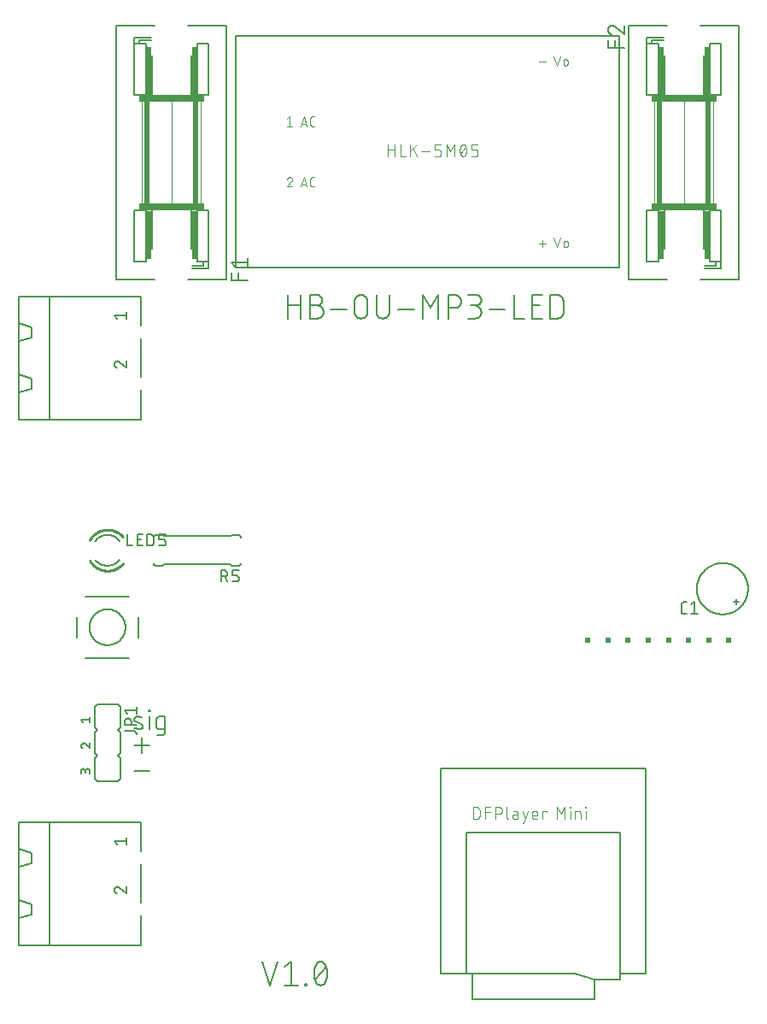
<source format=gbr>
G04 EAGLE Gerber RS-274X export*
G75*
%MOMM*%
%FSLAX34Y34*%
%LPD*%
%INSilkscreen Top*%
%IPPOS*%
%AMOC8*
5,1,8,0,0,1.08239X$1,22.5*%
G01*
%ADD10C,0.203200*%
%ADD11C,0.152400*%
%ADD12C,0.127000*%
%ADD13C,0.050800*%
%ADD14R,1.143000X0.635000*%
%ADD15R,4.064000X0.635000*%
%ADD16R,0.508000X10.160000*%
%ADD17R,0.127000X3.937000*%
%ADD18R,0.508000X4.826000*%
%ADD19C,0.177800*%
%ADD20C,0.254000*%
%ADD21R,0.508000X0.508000*%
%ADD22C,0.101600*%
%ADD23C,0.076200*%


D10*
X242316Y699516D02*
X242316Y722884D01*
X242316Y712498D02*
X255298Y712498D01*
X255298Y722884D02*
X255298Y699516D01*
X264734Y712498D02*
X271225Y712498D01*
X271384Y712496D01*
X271543Y712490D01*
X271703Y712480D01*
X271861Y712467D01*
X272020Y712449D01*
X272177Y712428D01*
X272335Y712402D01*
X272491Y712373D01*
X272647Y712340D01*
X272802Y712303D01*
X272956Y712263D01*
X273109Y712218D01*
X273261Y712170D01*
X273412Y712119D01*
X273561Y712063D01*
X273709Y712004D01*
X273855Y711941D01*
X274000Y711875D01*
X274143Y711805D01*
X274285Y711732D01*
X274424Y711655D01*
X274562Y711575D01*
X274698Y711491D01*
X274831Y711404D01*
X274963Y711314D01*
X275092Y711221D01*
X275218Y711124D01*
X275343Y711025D01*
X275465Y710922D01*
X275584Y710817D01*
X275701Y710708D01*
X275815Y710597D01*
X275926Y710483D01*
X276035Y710366D01*
X276140Y710247D01*
X276243Y710125D01*
X276342Y710000D01*
X276439Y709874D01*
X276532Y709745D01*
X276622Y709613D01*
X276709Y709480D01*
X276793Y709344D01*
X276873Y709206D01*
X276950Y709067D01*
X277023Y708925D01*
X277093Y708782D01*
X277159Y708637D01*
X277222Y708491D01*
X277281Y708343D01*
X277337Y708194D01*
X277388Y708043D01*
X277436Y707891D01*
X277481Y707738D01*
X277521Y707584D01*
X277558Y707429D01*
X277591Y707273D01*
X277620Y707117D01*
X277646Y706959D01*
X277667Y706802D01*
X277685Y706643D01*
X277698Y706485D01*
X277708Y706325D01*
X277714Y706166D01*
X277716Y706007D01*
X277714Y705848D01*
X277708Y705689D01*
X277698Y705529D01*
X277685Y705371D01*
X277667Y705212D01*
X277646Y705055D01*
X277620Y704897D01*
X277591Y704741D01*
X277558Y704585D01*
X277521Y704430D01*
X277481Y704276D01*
X277436Y704123D01*
X277388Y703971D01*
X277337Y703820D01*
X277281Y703671D01*
X277222Y703523D01*
X277159Y703377D01*
X277093Y703232D01*
X277023Y703089D01*
X276950Y702947D01*
X276873Y702808D01*
X276793Y702670D01*
X276709Y702534D01*
X276622Y702401D01*
X276532Y702269D01*
X276439Y702140D01*
X276342Y702014D01*
X276243Y701889D01*
X276140Y701767D01*
X276035Y701648D01*
X275926Y701531D01*
X275815Y701417D01*
X275701Y701306D01*
X275584Y701197D01*
X275465Y701092D01*
X275343Y700989D01*
X275218Y700890D01*
X275092Y700793D01*
X274963Y700700D01*
X274831Y700610D01*
X274698Y700523D01*
X274562Y700439D01*
X274424Y700359D01*
X274285Y700282D01*
X274143Y700209D01*
X274000Y700139D01*
X273855Y700073D01*
X273709Y700010D01*
X273561Y699951D01*
X273412Y699895D01*
X273261Y699844D01*
X273109Y699796D01*
X272956Y699751D01*
X272802Y699711D01*
X272647Y699674D01*
X272491Y699641D01*
X272335Y699612D01*
X272177Y699586D01*
X272020Y699565D01*
X271861Y699547D01*
X271703Y699534D01*
X271543Y699524D01*
X271384Y699518D01*
X271225Y699516D01*
X264734Y699516D01*
X264734Y722884D01*
X271225Y722884D01*
X271368Y722882D01*
X271511Y722876D01*
X271654Y722866D01*
X271796Y722852D01*
X271938Y722835D01*
X272080Y722813D01*
X272221Y722788D01*
X272361Y722758D01*
X272500Y722725D01*
X272638Y722688D01*
X272775Y722647D01*
X272911Y722603D01*
X273046Y722554D01*
X273179Y722502D01*
X273311Y722447D01*
X273441Y722387D01*
X273570Y722324D01*
X273697Y722258D01*
X273822Y722188D01*
X273944Y722115D01*
X274065Y722038D01*
X274184Y721958D01*
X274300Y721875D01*
X274415Y721789D01*
X274526Y721700D01*
X274636Y721607D01*
X274742Y721512D01*
X274846Y721413D01*
X274947Y721312D01*
X275046Y721208D01*
X275141Y721102D01*
X275234Y720992D01*
X275323Y720881D01*
X275409Y720766D01*
X275492Y720650D01*
X275572Y720531D01*
X275649Y720410D01*
X275722Y720287D01*
X275792Y720163D01*
X275858Y720036D01*
X275921Y719907D01*
X275981Y719777D01*
X276036Y719645D01*
X276088Y719512D01*
X276137Y719377D01*
X276181Y719241D01*
X276222Y719104D01*
X276259Y718966D01*
X276292Y718827D01*
X276322Y718687D01*
X276347Y718546D01*
X276369Y718404D01*
X276386Y718262D01*
X276400Y718120D01*
X276410Y717977D01*
X276416Y717834D01*
X276418Y717691D01*
X276416Y717548D01*
X276410Y717405D01*
X276400Y717262D01*
X276386Y717120D01*
X276369Y716978D01*
X276347Y716836D01*
X276322Y716695D01*
X276292Y716555D01*
X276259Y716416D01*
X276222Y716278D01*
X276181Y716141D01*
X276137Y716005D01*
X276088Y715870D01*
X276036Y715737D01*
X275981Y715605D01*
X275921Y715475D01*
X275858Y715346D01*
X275792Y715219D01*
X275722Y715095D01*
X275649Y714972D01*
X275572Y714851D01*
X275492Y714732D01*
X275409Y714616D01*
X275323Y714501D01*
X275234Y714390D01*
X275141Y714280D01*
X275046Y714174D01*
X274947Y714070D01*
X274846Y713969D01*
X274742Y713870D01*
X274636Y713775D01*
X274526Y713682D01*
X274415Y713593D01*
X274300Y713507D01*
X274184Y713424D01*
X274065Y713344D01*
X273944Y713267D01*
X273822Y713194D01*
X273697Y713124D01*
X273570Y713058D01*
X273441Y712995D01*
X273311Y712935D01*
X273179Y712880D01*
X273046Y712828D01*
X272911Y712779D01*
X272775Y712735D01*
X272638Y712694D01*
X272500Y712657D01*
X272361Y712624D01*
X272221Y712594D01*
X272080Y712569D01*
X271938Y712547D01*
X271796Y712530D01*
X271654Y712516D01*
X271511Y712506D01*
X271368Y712500D01*
X271225Y712498D01*
X284863Y708604D02*
X300442Y708604D01*
X308432Y706007D02*
X308432Y716393D01*
X308434Y716552D01*
X308440Y716711D01*
X308450Y716871D01*
X308463Y717029D01*
X308481Y717188D01*
X308502Y717345D01*
X308528Y717503D01*
X308557Y717659D01*
X308590Y717815D01*
X308627Y717970D01*
X308667Y718124D01*
X308712Y718277D01*
X308760Y718429D01*
X308811Y718580D01*
X308867Y718729D01*
X308926Y718877D01*
X308989Y719023D01*
X309055Y719168D01*
X309125Y719311D01*
X309198Y719453D01*
X309275Y719592D01*
X309355Y719730D01*
X309439Y719866D01*
X309526Y719999D01*
X309616Y720131D01*
X309709Y720260D01*
X309806Y720386D01*
X309905Y720511D01*
X310008Y720633D01*
X310113Y720752D01*
X310222Y720869D01*
X310333Y720983D01*
X310447Y721094D01*
X310564Y721203D01*
X310683Y721308D01*
X310805Y721411D01*
X310930Y721510D01*
X311056Y721607D01*
X311185Y721700D01*
X311317Y721790D01*
X311450Y721877D01*
X311586Y721961D01*
X311724Y722041D01*
X311863Y722118D01*
X312005Y722191D01*
X312148Y722261D01*
X312293Y722327D01*
X312439Y722390D01*
X312587Y722449D01*
X312736Y722505D01*
X312887Y722556D01*
X313039Y722604D01*
X313192Y722649D01*
X313346Y722689D01*
X313501Y722726D01*
X313657Y722759D01*
X313813Y722788D01*
X313971Y722814D01*
X314128Y722835D01*
X314287Y722853D01*
X314445Y722866D01*
X314605Y722876D01*
X314764Y722882D01*
X314923Y722884D01*
X315082Y722882D01*
X315241Y722876D01*
X315401Y722866D01*
X315559Y722853D01*
X315718Y722835D01*
X315875Y722814D01*
X316033Y722788D01*
X316189Y722759D01*
X316345Y722726D01*
X316500Y722689D01*
X316654Y722649D01*
X316807Y722604D01*
X316959Y722556D01*
X317110Y722505D01*
X317259Y722449D01*
X317407Y722390D01*
X317553Y722327D01*
X317698Y722261D01*
X317841Y722191D01*
X317983Y722118D01*
X318122Y722041D01*
X318260Y721961D01*
X318396Y721877D01*
X318529Y721790D01*
X318661Y721700D01*
X318790Y721607D01*
X318916Y721510D01*
X319041Y721411D01*
X319163Y721308D01*
X319282Y721203D01*
X319399Y721094D01*
X319513Y720983D01*
X319624Y720869D01*
X319733Y720752D01*
X319838Y720633D01*
X319941Y720511D01*
X320040Y720386D01*
X320137Y720260D01*
X320230Y720131D01*
X320320Y719999D01*
X320407Y719866D01*
X320491Y719730D01*
X320571Y719592D01*
X320648Y719453D01*
X320721Y719311D01*
X320791Y719168D01*
X320857Y719023D01*
X320920Y718877D01*
X320979Y718729D01*
X321035Y718580D01*
X321086Y718429D01*
X321134Y718277D01*
X321179Y718124D01*
X321219Y717970D01*
X321256Y717815D01*
X321289Y717659D01*
X321318Y717503D01*
X321344Y717345D01*
X321365Y717188D01*
X321383Y717029D01*
X321396Y716871D01*
X321406Y716711D01*
X321412Y716552D01*
X321414Y716393D01*
X321414Y706007D01*
X321412Y705848D01*
X321406Y705689D01*
X321396Y705529D01*
X321383Y705371D01*
X321365Y705212D01*
X321344Y705055D01*
X321318Y704897D01*
X321289Y704741D01*
X321256Y704585D01*
X321219Y704430D01*
X321179Y704276D01*
X321134Y704123D01*
X321086Y703971D01*
X321035Y703820D01*
X320979Y703671D01*
X320920Y703523D01*
X320857Y703377D01*
X320791Y703232D01*
X320721Y703089D01*
X320648Y702947D01*
X320571Y702808D01*
X320491Y702670D01*
X320407Y702534D01*
X320320Y702401D01*
X320230Y702269D01*
X320137Y702140D01*
X320040Y702014D01*
X319941Y701889D01*
X319838Y701767D01*
X319733Y701648D01*
X319624Y701531D01*
X319513Y701417D01*
X319399Y701306D01*
X319282Y701197D01*
X319163Y701092D01*
X319041Y700989D01*
X318916Y700890D01*
X318790Y700793D01*
X318661Y700700D01*
X318529Y700610D01*
X318396Y700523D01*
X318260Y700439D01*
X318122Y700359D01*
X317983Y700282D01*
X317841Y700209D01*
X317698Y700139D01*
X317553Y700073D01*
X317407Y700010D01*
X317259Y699951D01*
X317110Y699895D01*
X316959Y699844D01*
X316807Y699796D01*
X316654Y699751D01*
X316500Y699711D01*
X316345Y699674D01*
X316189Y699641D01*
X316033Y699612D01*
X315875Y699586D01*
X315718Y699565D01*
X315559Y699547D01*
X315401Y699534D01*
X315241Y699524D01*
X315082Y699518D01*
X314923Y699516D01*
X314764Y699518D01*
X314605Y699524D01*
X314445Y699534D01*
X314287Y699547D01*
X314128Y699565D01*
X313971Y699586D01*
X313813Y699612D01*
X313657Y699641D01*
X313501Y699674D01*
X313346Y699711D01*
X313192Y699751D01*
X313039Y699796D01*
X312887Y699844D01*
X312736Y699895D01*
X312587Y699951D01*
X312439Y700010D01*
X312293Y700073D01*
X312148Y700139D01*
X312005Y700209D01*
X311863Y700282D01*
X311724Y700359D01*
X311586Y700439D01*
X311450Y700523D01*
X311317Y700610D01*
X311185Y700700D01*
X311056Y700793D01*
X310930Y700890D01*
X310805Y700989D01*
X310683Y701092D01*
X310564Y701197D01*
X310447Y701306D01*
X310333Y701417D01*
X310222Y701531D01*
X310113Y701648D01*
X310008Y701767D01*
X309905Y701889D01*
X309806Y702014D01*
X309709Y702140D01*
X309616Y702269D01*
X309526Y702401D01*
X309439Y702534D01*
X309355Y702670D01*
X309275Y702808D01*
X309198Y702947D01*
X309125Y703089D01*
X309055Y703232D01*
X308989Y703377D01*
X308926Y703523D01*
X308867Y703671D01*
X308811Y703820D01*
X308760Y703971D01*
X308712Y704123D01*
X308667Y704276D01*
X308627Y704430D01*
X308590Y704585D01*
X308557Y704741D01*
X308528Y704897D01*
X308502Y705055D01*
X308481Y705212D01*
X308463Y705371D01*
X308450Y705529D01*
X308440Y705689D01*
X308434Y705848D01*
X308432Y706007D01*
X330007Y706007D02*
X330007Y722884D01*
X330007Y706007D02*
X330009Y705848D01*
X330015Y705689D01*
X330025Y705529D01*
X330038Y705371D01*
X330056Y705212D01*
X330077Y705055D01*
X330103Y704897D01*
X330132Y704741D01*
X330165Y704585D01*
X330202Y704430D01*
X330242Y704276D01*
X330287Y704123D01*
X330335Y703971D01*
X330386Y703820D01*
X330442Y703671D01*
X330501Y703523D01*
X330564Y703377D01*
X330630Y703232D01*
X330700Y703089D01*
X330773Y702947D01*
X330850Y702808D01*
X330930Y702670D01*
X331014Y702534D01*
X331101Y702401D01*
X331191Y702269D01*
X331284Y702140D01*
X331381Y702014D01*
X331480Y701889D01*
X331583Y701767D01*
X331688Y701648D01*
X331797Y701531D01*
X331908Y701417D01*
X332022Y701306D01*
X332139Y701197D01*
X332258Y701092D01*
X332380Y700989D01*
X332505Y700890D01*
X332631Y700793D01*
X332760Y700700D01*
X332892Y700610D01*
X333025Y700523D01*
X333161Y700439D01*
X333299Y700359D01*
X333438Y700282D01*
X333580Y700209D01*
X333723Y700139D01*
X333868Y700073D01*
X334014Y700010D01*
X334162Y699951D01*
X334311Y699895D01*
X334462Y699844D01*
X334614Y699796D01*
X334767Y699751D01*
X334921Y699711D01*
X335076Y699674D01*
X335232Y699641D01*
X335388Y699612D01*
X335546Y699586D01*
X335703Y699565D01*
X335862Y699547D01*
X336020Y699534D01*
X336180Y699524D01*
X336339Y699518D01*
X336498Y699516D01*
X336657Y699518D01*
X336816Y699524D01*
X336976Y699534D01*
X337134Y699547D01*
X337293Y699565D01*
X337450Y699586D01*
X337608Y699612D01*
X337764Y699641D01*
X337920Y699674D01*
X338075Y699711D01*
X338229Y699751D01*
X338382Y699796D01*
X338534Y699844D01*
X338685Y699895D01*
X338834Y699951D01*
X338982Y700010D01*
X339128Y700073D01*
X339273Y700139D01*
X339416Y700209D01*
X339558Y700282D01*
X339697Y700359D01*
X339835Y700439D01*
X339971Y700523D01*
X340104Y700610D01*
X340236Y700700D01*
X340365Y700793D01*
X340491Y700890D01*
X340616Y700989D01*
X340738Y701092D01*
X340857Y701197D01*
X340974Y701306D01*
X341088Y701417D01*
X341199Y701531D01*
X341308Y701648D01*
X341413Y701767D01*
X341516Y701889D01*
X341615Y702014D01*
X341712Y702140D01*
X341805Y702269D01*
X341895Y702401D01*
X341982Y702534D01*
X342066Y702670D01*
X342146Y702808D01*
X342223Y702947D01*
X342296Y703089D01*
X342366Y703232D01*
X342432Y703377D01*
X342495Y703523D01*
X342554Y703671D01*
X342610Y703820D01*
X342661Y703971D01*
X342709Y704123D01*
X342754Y704276D01*
X342794Y704430D01*
X342831Y704585D01*
X342864Y704741D01*
X342893Y704897D01*
X342919Y705055D01*
X342940Y705212D01*
X342958Y705371D01*
X342971Y705529D01*
X342981Y705689D01*
X342987Y705848D01*
X342989Y706007D01*
X342989Y722884D01*
X351675Y708604D02*
X367254Y708604D01*
X376034Y699516D02*
X376034Y722884D01*
X383823Y709902D01*
X391612Y722884D01*
X391612Y699516D01*
X401142Y699516D02*
X401142Y722884D01*
X407633Y722884D01*
X407792Y722882D01*
X407951Y722876D01*
X408111Y722866D01*
X408269Y722853D01*
X408428Y722835D01*
X408585Y722814D01*
X408743Y722788D01*
X408899Y722759D01*
X409055Y722726D01*
X409210Y722689D01*
X409364Y722649D01*
X409517Y722604D01*
X409669Y722556D01*
X409820Y722505D01*
X409969Y722449D01*
X410117Y722390D01*
X410263Y722327D01*
X410408Y722261D01*
X410551Y722191D01*
X410693Y722118D01*
X410832Y722041D01*
X410970Y721961D01*
X411106Y721877D01*
X411239Y721790D01*
X411371Y721700D01*
X411500Y721607D01*
X411626Y721510D01*
X411751Y721411D01*
X411873Y721308D01*
X411992Y721203D01*
X412109Y721094D01*
X412223Y720983D01*
X412334Y720869D01*
X412443Y720752D01*
X412548Y720633D01*
X412651Y720511D01*
X412750Y720386D01*
X412847Y720260D01*
X412940Y720131D01*
X413030Y719999D01*
X413117Y719866D01*
X413201Y719730D01*
X413281Y719592D01*
X413358Y719453D01*
X413431Y719311D01*
X413501Y719168D01*
X413567Y719023D01*
X413630Y718877D01*
X413689Y718729D01*
X413745Y718580D01*
X413796Y718429D01*
X413844Y718277D01*
X413889Y718124D01*
X413929Y717970D01*
X413966Y717815D01*
X413999Y717659D01*
X414028Y717503D01*
X414054Y717345D01*
X414075Y717188D01*
X414093Y717029D01*
X414106Y716871D01*
X414116Y716711D01*
X414122Y716552D01*
X414124Y716393D01*
X414122Y716234D01*
X414116Y716075D01*
X414106Y715915D01*
X414093Y715757D01*
X414075Y715598D01*
X414054Y715441D01*
X414028Y715283D01*
X413999Y715127D01*
X413966Y714971D01*
X413929Y714816D01*
X413889Y714662D01*
X413844Y714509D01*
X413796Y714357D01*
X413745Y714206D01*
X413689Y714057D01*
X413630Y713909D01*
X413567Y713763D01*
X413501Y713618D01*
X413431Y713475D01*
X413358Y713333D01*
X413281Y713194D01*
X413201Y713056D01*
X413117Y712920D01*
X413030Y712787D01*
X412940Y712655D01*
X412847Y712526D01*
X412750Y712400D01*
X412651Y712275D01*
X412548Y712153D01*
X412443Y712034D01*
X412334Y711917D01*
X412223Y711803D01*
X412109Y711692D01*
X411992Y711583D01*
X411873Y711478D01*
X411751Y711375D01*
X411626Y711276D01*
X411500Y711179D01*
X411371Y711086D01*
X411239Y710996D01*
X411106Y710909D01*
X410970Y710825D01*
X410832Y710745D01*
X410693Y710668D01*
X410551Y710595D01*
X410408Y710525D01*
X410263Y710459D01*
X410117Y710396D01*
X409969Y710337D01*
X409820Y710281D01*
X409669Y710230D01*
X409517Y710182D01*
X409364Y710137D01*
X409210Y710097D01*
X409055Y710060D01*
X408899Y710027D01*
X408743Y709998D01*
X408585Y709972D01*
X408428Y709951D01*
X408269Y709933D01*
X408111Y709920D01*
X407951Y709910D01*
X407792Y709904D01*
X407633Y709902D01*
X401142Y709902D01*
X421177Y699516D02*
X427668Y699516D01*
X427827Y699518D01*
X427986Y699524D01*
X428146Y699534D01*
X428304Y699547D01*
X428463Y699565D01*
X428620Y699586D01*
X428778Y699612D01*
X428934Y699641D01*
X429090Y699674D01*
X429245Y699711D01*
X429399Y699751D01*
X429552Y699796D01*
X429704Y699844D01*
X429855Y699895D01*
X430004Y699951D01*
X430152Y700010D01*
X430298Y700073D01*
X430443Y700139D01*
X430586Y700209D01*
X430728Y700282D01*
X430867Y700359D01*
X431005Y700439D01*
X431141Y700523D01*
X431274Y700610D01*
X431406Y700700D01*
X431535Y700793D01*
X431661Y700890D01*
X431786Y700989D01*
X431908Y701092D01*
X432027Y701197D01*
X432144Y701306D01*
X432258Y701417D01*
X432369Y701531D01*
X432478Y701648D01*
X432583Y701767D01*
X432686Y701889D01*
X432785Y702014D01*
X432882Y702140D01*
X432975Y702269D01*
X433065Y702401D01*
X433152Y702534D01*
X433236Y702670D01*
X433316Y702808D01*
X433393Y702947D01*
X433466Y703089D01*
X433536Y703232D01*
X433602Y703377D01*
X433665Y703523D01*
X433724Y703671D01*
X433780Y703820D01*
X433831Y703971D01*
X433879Y704123D01*
X433924Y704276D01*
X433964Y704430D01*
X434001Y704585D01*
X434034Y704741D01*
X434063Y704897D01*
X434089Y705055D01*
X434110Y705212D01*
X434128Y705371D01*
X434141Y705529D01*
X434151Y705689D01*
X434157Y705848D01*
X434159Y706007D01*
X434157Y706166D01*
X434151Y706325D01*
X434141Y706485D01*
X434128Y706643D01*
X434110Y706802D01*
X434089Y706959D01*
X434063Y707117D01*
X434034Y707273D01*
X434001Y707429D01*
X433964Y707584D01*
X433924Y707738D01*
X433879Y707891D01*
X433831Y708043D01*
X433780Y708194D01*
X433724Y708343D01*
X433665Y708491D01*
X433602Y708637D01*
X433536Y708782D01*
X433466Y708925D01*
X433393Y709067D01*
X433316Y709206D01*
X433236Y709344D01*
X433152Y709480D01*
X433065Y709613D01*
X432975Y709745D01*
X432882Y709874D01*
X432785Y710000D01*
X432686Y710125D01*
X432583Y710247D01*
X432478Y710366D01*
X432369Y710483D01*
X432258Y710597D01*
X432144Y710708D01*
X432027Y710817D01*
X431908Y710922D01*
X431786Y711025D01*
X431661Y711124D01*
X431535Y711221D01*
X431406Y711314D01*
X431274Y711404D01*
X431141Y711491D01*
X431005Y711575D01*
X430867Y711655D01*
X430728Y711732D01*
X430586Y711805D01*
X430443Y711875D01*
X430298Y711941D01*
X430152Y712004D01*
X430004Y712063D01*
X429855Y712119D01*
X429704Y712170D01*
X429552Y712218D01*
X429399Y712263D01*
X429245Y712303D01*
X429090Y712340D01*
X428934Y712373D01*
X428778Y712402D01*
X428620Y712428D01*
X428463Y712449D01*
X428304Y712467D01*
X428146Y712480D01*
X427986Y712490D01*
X427827Y712496D01*
X427668Y712498D01*
X428967Y722884D02*
X421177Y722884D01*
X428967Y722884D02*
X429110Y722882D01*
X429253Y722876D01*
X429396Y722866D01*
X429538Y722852D01*
X429680Y722835D01*
X429822Y722813D01*
X429963Y722788D01*
X430103Y722758D01*
X430242Y722725D01*
X430380Y722688D01*
X430517Y722647D01*
X430653Y722603D01*
X430788Y722554D01*
X430921Y722502D01*
X431053Y722447D01*
X431183Y722387D01*
X431312Y722324D01*
X431439Y722258D01*
X431564Y722188D01*
X431686Y722115D01*
X431807Y722038D01*
X431926Y721958D01*
X432042Y721875D01*
X432157Y721789D01*
X432268Y721700D01*
X432378Y721607D01*
X432484Y721512D01*
X432588Y721413D01*
X432689Y721312D01*
X432788Y721208D01*
X432883Y721102D01*
X432976Y720992D01*
X433065Y720881D01*
X433151Y720766D01*
X433234Y720650D01*
X433314Y720531D01*
X433391Y720410D01*
X433464Y720287D01*
X433534Y720163D01*
X433600Y720036D01*
X433663Y719907D01*
X433723Y719777D01*
X433778Y719645D01*
X433830Y719512D01*
X433879Y719377D01*
X433923Y719241D01*
X433964Y719104D01*
X434001Y718966D01*
X434034Y718827D01*
X434064Y718687D01*
X434089Y718546D01*
X434111Y718404D01*
X434128Y718262D01*
X434142Y718120D01*
X434152Y717977D01*
X434158Y717834D01*
X434160Y717691D01*
X434158Y717548D01*
X434152Y717405D01*
X434142Y717262D01*
X434128Y717120D01*
X434111Y716978D01*
X434089Y716836D01*
X434064Y716695D01*
X434034Y716555D01*
X434001Y716416D01*
X433964Y716278D01*
X433923Y716141D01*
X433879Y716005D01*
X433830Y715870D01*
X433778Y715737D01*
X433723Y715605D01*
X433663Y715475D01*
X433600Y715346D01*
X433534Y715219D01*
X433464Y715095D01*
X433391Y714972D01*
X433314Y714851D01*
X433234Y714732D01*
X433151Y714616D01*
X433065Y714501D01*
X432976Y714390D01*
X432883Y714280D01*
X432788Y714174D01*
X432689Y714070D01*
X432588Y713969D01*
X432484Y713870D01*
X432378Y713775D01*
X432268Y713682D01*
X432157Y713593D01*
X432042Y713507D01*
X431926Y713424D01*
X431807Y713344D01*
X431686Y713267D01*
X431564Y713194D01*
X431439Y713124D01*
X431312Y713058D01*
X431183Y712995D01*
X431053Y712935D01*
X430921Y712880D01*
X430788Y712828D01*
X430653Y712779D01*
X430517Y712735D01*
X430380Y712694D01*
X430242Y712657D01*
X430103Y712624D01*
X429963Y712594D01*
X429822Y712569D01*
X429680Y712547D01*
X429538Y712530D01*
X429396Y712516D01*
X429253Y712506D01*
X429110Y712500D01*
X428967Y712498D01*
X423774Y712498D01*
X442150Y708604D02*
X457729Y708604D01*
X466439Y699516D02*
X466439Y722884D01*
X466439Y699516D02*
X476825Y699516D01*
X484534Y699516D02*
X494920Y699516D01*
X484534Y699516D02*
X484534Y722884D01*
X494920Y722884D01*
X492323Y712498D02*
X484534Y712498D01*
X502605Y722884D02*
X502605Y699516D01*
X502605Y722884D02*
X509096Y722884D01*
X509255Y722882D01*
X509414Y722876D01*
X509574Y722866D01*
X509732Y722853D01*
X509891Y722835D01*
X510048Y722814D01*
X510206Y722788D01*
X510362Y722759D01*
X510518Y722726D01*
X510673Y722689D01*
X510827Y722649D01*
X510980Y722604D01*
X511132Y722556D01*
X511283Y722505D01*
X511432Y722449D01*
X511580Y722390D01*
X511726Y722327D01*
X511871Y722261D01*
X512014Y722191D01*
X512156Y722118D01*
X512295Y722041D01*
X512433Y721961D01*
X512569Y721877D01*
X512702Y721790D01*
X512834Y721700D01*
X512963Y721607D01*
X513089Y721510D01*
X513214Y721411D01*
X513336Y721308D01*
X513455Y721203D01*
X513572Y721094D01*
X513686Y720983D01*
X513797Y720869D01*
X513906Y720752D01*
X514011Y720633D01*
X514114Y720511D01*
X514213Y720386D01*
X514310Y720260D01*
X514403Y720131D01*
X514493Y719999D01*
X514580Y719866D01*
X514664Y719730D01*
X514744Y719592D01*
X514821Y719453D01*
X514894Y719311D01*
X514964Y719168D01*
X515030Y719023D01*
X515093Y718877D01*
X515152Y718729D01*
X515208Y718580D01*
X515259Y718429D01*
X515307Y718277D01*
X515352Y718124D01*
X515392Y717970D01*
X515429Y717815D01*
X515462Y717659D01*
X515491Y717503D01*
X515517Y717345D01*
X515538Y717188D01*
X515556Y717029D01*
X515569Y716871D01*
X515579Y716711D01*
X515585Y716552D01*
X515587Y716393D01*
X515587Y706007D01*
X515585Y705848D01*
X515579Y705689D01*
X515569Y705529D01*
X515556Y705371D01*
X515538Y705212D01*
X515517Y705055D01*
X515491Y704897D01*
X515462Y704741D01*
X515429Y704585D01*
X515392Y704430D01*
X515352Y704276D01*
X515307Y704123D01*
X515259Y703971D01*
X515208Y703820D01*
X515152Y703671D01*
X515093Y703523D01*
X515030Y703377D01*
X514964Y703232D01*
X514894Y703089D01*
X514821Y702947D01*
X514744Y702808D01*
X514664Y702670D01*
X514580Y702534D01*
X514493Y702401D01*
X514403Y702269D01*
X514310Y702140D01*
X514213Y702014D01*
X514114Y701889D01*
X514011Y701767D01*
X513906Y701648D01*
X513797Y701531D01*
X513686Y701417D01*
X513572Y701306D01*
X513455Y701197D01*
X513336Y701092D01*
X513214Y700989D01*
X513089Y700890D01*
X512963Y700793D01*
X512834Y700700D01*
X512702Y700610D01*
X512569Y700523D01*
X512433Y700439D01*
X512295Y700359D01*
X512156Y700282D01*
X512014Y700209D01*
X511871Y700139D01*
X511726Y700073D01*
X511580Y700010D01*
X511432Y699951D01*
X511283Y699895D01*
X511132Y699844D01*
X510980Y699795D01*
X510827Y699751D01*
X510673Y699711D01*
X510518Y699674D01*
X510362Y699641D01*
X510206Y699612D01*
X510048Y699586D01*
X509891Y699565D01*
X509732Y699547D01*
X509573Y699534D01*
X509414Y699524D01*
X509255Y699518D01*
X509096Y699516D01*
X502605Y699516D01*
X216916Y62484D02*
X224705Y39116D01*
X232495Y62484D01*
X239093Y57291D02*
X245584Y62484D01*
X245584Y39116D01*
X239093Y39116D02*
X252075Y39116D01*
X259550Y39116D02*
X259550Y40414D01*
X260848Y40414D01*
X260848Y39116D01*
X259550Y39116D01*
X268323Y50800D02*
X268328Y51260D01*
X268345Y51719D01*
X268372Y52178D01*
X268411Y52636D01*
X268460Y53093D01*
X268520Y53549D01*
X268591Y54003D01*
X268673Y54456D01*
X268766Y54906D01*
X268869Y55354D01*
X268983Y55799D01*
X269108Y56242D01*
X269243Y56681D01*
X269389Y57117D01*
X269545Y57549D01*
X269711Y57978D01*
X269887Y58403D01*
X270074Y58823D01*
X270270Y59238D01*
X270271Y59239D02*
X270316Y59366D01*
X270366Y59492D01*
X270418Y59617D01*
X270475Y59740D01*
X270535Y59862D01*
X270598Y59981D01*
X270664Y60099D01*
X270734Y60215D01*
X270807Y60329D01*
X270883Y60441D01*
X270963Y60551D01*
X271045Y60658D01*
X271131Y60763D01*
X271219Y60866D01*
X271310Y60966D01*
X271404Y61064D01*
X271501Y61158D01*
X271600Y61250D01*
X271702Y61340D01*
X271806Y61426D01*
X271913Y61509D01*
X272022Y61589D01*
X272134Y61667D01*
X272247Y61740D01*
X272362Y61811D01*
X272480Y61879D01*
X272599Y61943D01*
X272720Y62004D01*
X272843Y62061D01*
X272967Y62115D01*
X273093Y62165D01*
X273220Y62212D01*
X273348Y62255D01*
X273478Y62294D01*
X273608Y62330D01*
X273740Y62362D01*
X273872Y62391D01*
X274005Y62415D01*
X274139Y62436D01*
X274274Y62453D01*
X274408Y62467D01*
X274543Y62476D01*
X274679Y62482D01*
X274814Y62484D01*
X274949Y62482D01*
X275085Y62476D01*
X275220Y62467D01*
X275355Y62453D01*
X275489Y62436D01*
X275623Y62415D01*
X275756Y62391D01*
X275888Y62362D01*
X276020Y62330D01*
X276150Y62294D01*
X276280Y62255D01*
X276408Y62212D01*
X276535Y62165D01*
X276661Y62115D01*
X276785Y62061D01*
X276908Y62004D01*
X277029Y61943D01*
X277148Y61879D01*
X277266Y61811D01*
X277381Y61740D01*
X277494Y61666D01*
X277606Y61589D01*
X277715Y61509D01*
X277822Y61426D01*
X277926Y61340D01*
X278028Y61250D01*
X278127Y61158D01*
X278224Y61064D01*
X278318Y60966D01*
X278409Y60866D01*
X278497Y60763D01*
X278583Y60658D01*
X278665Y60551D01*
X278745Y60441D01*
X278821Y60329D01*
X278894Y60215D01*
X278964Y60099D01*
X279030Y59981D01*
X279093Y59862D01*
X279153Y59740D01*
X279210Y59617D01*
X279262Y59492D01*
X279312Y59366D01*
X279357Y59239D01*
X279359Y59239D02*
X279555Y58823D01*
X279742Y58403D01*
X279918Y57978D01*
X280084Y57550D01*
X280240Y57117D01*
X280386Y56681D01*
X280521Y56242D01*
X280646Y55799D01*
X280760Y55354D01*
X280863Y54906D01*
X280956Y54456D01*
X281038Y54003D01*
X281109Y53549D01*
X281169Y53093D01*
X281218Y52636D01*
X281257Y52178D01*
X281284Y51719D01*
X281301Y51260D01*
X281306Y50800D01*
X268324Y50800D02*
X268329Y50340D01*
X268346Y49881D01*
X268373Y49422D01*
X268412Y48964D01*
X268461Y48507D01*
X268521Y48051D01*
X268592Y47597D01*
X268674Y47145D01*
X268767Y46694D01*
X268870Y46246D01*
X268984Y45801D01*
X269109Y45358D01*
X269244Y44919D01*
X269390Y44483D01*
X269546Y44051D01*
X269712Y43622D01*
X269888Y43197D01*
X270075Y42777D01*
X270271Y42362D01*
X270271Y42361D02*
X270316Y42234D01*
X270366Y42108D01*
X270418Y41983D01*
X270475Y41860D01*
X270535Y41738D01*
X270598Y41619D01*
X270664Y41501D01*
X270734Y41385D01*
X270807Y41271D01*
X270883Y41159D01*
X270963Y41049D01*
X271045Y40942D01*
X271131Y40837D01*
X271219Y40734D01*
X271310Y40634D01*
X271404Y40536D01*
X271501Y40442D01*
X271600Y40350D01*
X271702Y40260D01*
X271807Y40174D01*
X271913Y40091D01*
X272022Y40011D01*
X272134Y39933D01*
X272247Y39860D01*
X272362Y39789D01*
X272480Y39721D01*
X272599Y39657D01*
X272720Y39596D01*
X272843Y39539D01*
X272967Y39485D01*
X273093Y39435D01*
X273220Y39388D01*
X273348Y39345D01*
X273478Y39306D01*
X273608Y39270D01*
X273740Y39238D01*
X273872Y39209D01*
X274005Y39185D01*
X274139Y39164D01*
X274274Y39147D01*
X274408Y39133D01*
X274543Y39124D01*
X274679Y39118D01*
X274814Y39116D01*
X279358Y42362D02*
X279554Y42777D01*
X279741Y43197D01*
X279917Y43622D01*
X280083Y44050D01*
X280239Y44483D01*
X280385Y44919D01*
X280520Y45358D01*
X280645Y45801D01*
X280759Y46246D01*
X280862Y46694D01*
X280955Y47144D01*
X281037Y47597D01*
X281108Y48051D01*
X281168Y48507D01*
X281217Y48964D01*
X281256Y49422D01*
X281283Y49881D01*
X281300Y50340D01*
X281305Y50800D01*
X279357Y42361D02*
X279312Y42234D01*
X279262Y42108D01*
X279210Y41983D01*
X279153Y41860D01*
X279093Y41738D01*
X279030Y41619D01*
X278964Y41501D01*
X278894Y41385D01*
X278821Y41271D01*
X278745Y41159D01*
X278665Y41049D01*
X278583Y40942D01*
X278497Y40837D01*
X278409Y40734D01*
X278318Y40634D01*
X278224Y40536D01*
X278127Y40442D01*
X278028Y40350D01*
X277926Y40260D01*
X277822Y40174D01*
X277715Y40091D01*
X277606Y40011D01*
X277494Y39933D01*
X277381Y39860D01*
X277266Y39789D01*
X277148Y39721D01*
X277029Y39657D01*
X276908Y39596D01*
X276785Y39539D01*
X276661Y39485D01*
X276535Y39435D01*
X276408Y39388D01*
X276280Y39345D01*
X276150Y39306D01*
X276020Y39270D01*
X275888Y39238D01*
X275756Y39209D01*
X275623Y39185D01*
X275489Y39164D01*
X275354Y39147D01*
X275220Y39133D01*
X275085Y39124D01*
X274949Y39118D01*
X274814Y39116D01*
X269621Y44309D02*
X280007Y57291D01*
X105228Y251248D02*
X89916Y251248D01*
X89916Y276648D02*
X105228Y276648D01*
X97572Y268992D02*
X97572Y284304D01*
D11*
X96847Y297994D02*
X91715Y300047D01*
X91620Y300087D01*
X91527Y300131D01*
X91436Y300178D01*
X91347Y300228D01*
X91260Y300282D01*
X91175Y300340D01*
X91092Y300400D01*
X91011Y300464D01*
X90934Y300531D01*
X90858Y300600D01*
X90786Y300673D01*
X90716Y300748D01*
X90649Y300826D01*
X90586Y300906D01*
X90525Y300989D01*
X90468Y301074D01*
X90414Y301161D01*
X90363Y301251D01*
X90316Y301342D01*
X90273Y301435D01*
X90233Y301529D01*
X90196Y301625D01*
X90164Y301722D01*
X90135Y301821D01*
X90110Y301920D01*
X90089Y302020D01*
X90072Y302122D01*
X90058Y302223D01*
X90049Y302325D01*
X90044Y302428D01*
X90042Y302530D01*
X90044Y302633D01*
X90051Y302735D01*
X90061Y302837D01*
X90076Y302939D01*
X90094Y303040D01*
X90116Y303140D01*
X90142Y303239D01*
X90171Y303337D01*
X90205Y303434D01*
X90242Y303530D01*
X90283Y303624D01*
X90327Y303717D01*
X90375Y303807D01*
X90427Y303896D01*
X90481Y303983D01*
X90539Y304067D01*
X90601Y304149D01*
X90665Y304229D01*
X90733Y304306D01*
X90803Y304381D01*
X90876Y304453D01*
X90952Y304522D01*
X91031Y304588D01*
X91112Y304651D01*
X91195Y304711D01*
X91281Y304767D01*
X91368Y304820D01*
X91458Y304870D01*
X91550Y304916D01*
X91643Y304959D01*
X91738Y304998D01*
X91834Y305033D01*
X91932Y305065D01*
X92030Y305093D01*
X92130Y305117D01*
X92231Y305137D01*
X92332Y305153D01*
X92434Y305165D01*
X92536Y305174D01*
X92638Y305178D01*
X92741Y305179D01*
X92742Y305180D02*
X93022Y305172D01*
X93302Y305158D01*
X93581Y305137D01*
X93860Y305110D01*
X94138Y305076D01*
X94416Y305035D01*
X94692Y304987D01*
X94967Y304933D01*
X95240Y304872D01*
X95512Y304805D01*
X95783Y304731D01*
X96051Y304651D01*
X96318Y304564D01*
X96582Y304471D01*
X96844Y304371D01*
X97104Y304265D01*
X97361Y304153D01*
X96847Y297994D02*
X96942Y297954D01*
X97035Y297910D01*
X97126Y297863D01*
X97215Y297813D01*
X97302Y297759D01*
X97387Y297701D01*
X97470Y297641D01*
X97551Y297577D01*
X97628Y297510D01*
X97704Y297441D01*
X97776Y297368D01*
X97846Y297293D01*
X97913Y297215D01*
X97976Y297135D01*
X98037Y297052D01*
X98094Y296967D01*
X98148Y296880D01*
X98199Y296790D01*
X98246Y296699D01*
X98289Y296606D01*
X98329Y296512D01*
X98366Y296416D01*
X98398Y296319D01*
X98427Y296220D01*
X98452Y296121D01*
X98473Y296021D01*
X98490Y295919D01*
X98504Y295818D01*
X98513Y295716D01*
X98518Y295613D01*
X98520Y295511D01*
X98518Y295408D01*
X98511Y295306D01*
X98501Y295204D01*
X98486Y295102D01*
X98468Y295001D01*
X98446Y294901D01*
X98420Y294802D01*
X98391Y294704D01*
X98357Y294607D01*
X98320Y294511D01*
X98279Y294417D01*
X98235Y294324D01*
X98187Y294234D01*
X98135Y294145D01*
X98081Y294058D01*
X98023Y293974D01*
X97961Y293892D01*
X97897Y293812D01*
X97829Y293735D01*
X97759Y293660D01*
X97686Y293588D01*
X97610Y293519D01*
X97531Y293453D01*
X97450Y293390D01*
X97367Y293330D01*
X97281Y293274D01*
X97194Y293221D01*
X97104Y293171D01*
X97012Y293125D01*
X96919Y293082D01*
X96824Y293043D01*
X96728Y293008D01*
X96630Y292976D01*
X96532Y292948D01*
X96432Y292924D01*
X96331Y292904D01*
X96230Y292888D01*
X96128Y292876D01*
X96026Y292867D01*
X95924Y292863D01*
X95821Y292862D01*
X95820Y292862D02*
X95409Y292873D01*
X94998Y292893D01*
X94587Y292923D01*
X94177Y292963D01*
X93769Y293013D01*
X93361Y293072D01*
X92955Y293141D01*
X92551Y293219D01*
X92149Y293307D01*
X91749Y293405D01*
X91351Y293512D01*
X90956Y293628D01*
X90564Y293753D01*
X90175Y293888D01*
X105206Y292862D02*
X105206Y305179D01*
X104693Y310312D02*
X104693Y311338D01*
X105719Y311338D01*
X105719Y310312D01*
X104693Y310312D01*
X115039Y292862D02*
X120171Y292862D01*
X115039Y292862D02*
X114929Y292864D01*
X114819Y292870D01*
X114710Y292880D01*
X114601Y292893D01*
X114492Y292911D01*
X114385Y292932D01*
X114278Y292958D01*
X114172Y292987D01*
X114067Y293020D01*
X113963Y293056D01*
X113861Y293096D01*
X113760Y293140D01*
X113661Y293188D01*
X113563Y293239D01*
X113468Y293293D01*
X113374Y293351D01*
X113283Y293412D01*
X113194Y293476D01*
X113107Y293544D01*
X113023Y293614D01*
X112941Y293687D01*
X112862Y293764D01*
X112785Y293843D01*
X112712Y293925D01*
X112642Y294009D01*
X112574Y294096D01*
X112510Y294185D01*
X112449Y294276D01*
X112391Y294370D01*
X112337Y294465D01*
X112286Y294563D01*
X112238Y294662D01*
X112194Y294763D01*
X112154Y294865D01*
X112118Y294969D01*
X112085Y295074D01*
X112056Y295180D01*
X112030Y295287D01*
X112009Y295394D01*
X111991Y295503D01*
X111978Y295612D01*
X111968Y295721D01*
X111962Y295831D01*
X111960Y295941D01*
X111960Y302100D01*
X111962Y302210D01*
X111968Y302320D01*
X111978Y302429D01*
X111991Y302538D01*
X112009Y302647D01*
X112030Y302754D01*
X112056Y302861D01*
X112085Y302967D01*
X112118Y303072D01*
X112154Y303176D01*
X112194Y303278D01*
X112238Y303379D01*
X112286Y303478D01*
X112337Y303576D01*
X112391Y303671D01*
X112449Y303765D01*
X112510Y303856D01*
X112574Y303945D01*
X112642Y304032D01*
X112712Y304116D01*
X112785Y304198D01*
X112862Y304277D01*
X112941Y304354D01*
X113023Y304427D01*
X113107Y304497D01*
X113194Y304565D01*
X113283Y304629D01*
X113374Y304690D01*
X113468Y304748D01*
X113563Y304802D01*
X113661Y304853D01*
X113760Y304901D01*
X113861Y304945D01*
X113963Y304985D01*
X114067Y305021D01*
X114172Y305054D01*
X114278Y305083D01*
X114385Y305109D01*
X114492Y305130D01*
X114601Y305148D01*
X114710Y305161D01*
X114819Y305171D01*
X114929Y305177D01*
X115039Y305179D01*
X120171Y305179D01*
X120171Y289783D01*
X120169Y289673D01*
X120163Y289563D01*
X120153Y289454D01*
X120140Y289345D01*
X120122Y289236D01*
X120101Y289129D01*
X120075Y289022D01*
X120046Y288916D01*
X120013Y288811D01*
X119977Y288707D01*
X119937Y288605D01*
X119893Y288504D01*
X119845Y288405D01*
X119794Y288307D01*
X119740Y288212D01*
X119682Y288118D01*
X119621Y288027D01*
X119557Y287938D01*
X119489Y287851D01*
X119419Y287767D01*
X119346Y287685D01*
X119269Y287606D01*
X119190Y287530D01*
X119108Y287456D01*
X119024Y287386D01*
X118937Y287318D01*
X118848Y287254D01*
X118757Y287193D01*
X118663Y287135D01*
X118568Y287081D01*
X118470Y287030D01*
X118371Y286982D01*
X118270Y286938D01*
X118168Y286898D01*
X118064Y286862D01*
X117960Y286829D01*
X117854Y286800D01*
X117747Y286774D01*
X117639Y286753D01*
X117530Y286735D01*
X117421Y286722D01*
X117312Y286712D01*
X117202Y286706D01*
X117092Y286704D01*
X117092Y286703D02*
X112986Y286703D01*
X687070Y419100D02*
X689610Y419100D01*
X687070Y419100D02*
X687070Y421640D01*
X687070Y419100D02*
X684530Y419100D01*
X687070Y419100D02*
X687070Y416560D01*
X647700Y431800D02*
X647708Y432423D01*
X647731Y433046D01*
X647769Y433669D01*
X647822Y434290D01*
X647891Y434909D01*
X647975Y435527D01*
X648074Y436142D01*
X648188Y436755D01*
X648317Y437365D01*
X648461Y437972D01*
X648620Y438575D01*
X648794Y439173D01*
X648982Y439768D01*
X649185Y440357D01*
X649402Y440941D01*
X649633Y441520D01*
X649879Y442093D01*
X650139Y442660D01*
X650412Y443220D01*
X650699Y443773D01*
X651000Y444320D01*
X651314Y444858D01*
X651641Y445389D01*
X651981Y445911D01*
X652333Y446426D01*
X652699Y446931D01*
X653076Y447427D01*
X653466Y447914D01*
X653867Y448391D01*
X654280Y448858D01*
X654704Y449314D01*
X655139Y449761D01*
X655586Y450196D01*
X656042Y450620D01*
X656509Y451033D01*
X656986Y451434D01*
X657473Y451824D01*
X657969Y452201D01*
X658474Y452567D01*
X658989Y452919D01*
X659511Y453259D01*
X660042Y453586D01*
X660580Y453900D01*
X661127Y454201D01*
X661680Y454488D01*
X662240Y454761D01*
X662807Y455021D01*
X663380Y455267D01*
X663959Y455498D01*
X664543Y455715D01*
X665132Y455918D01*
X665727Y456106D01*
X666325Y456280D01*
X666928Y456439D01*
X667535Y456583D01*
X668145Y456712D01*
X668758Y456826D01*
X669373Y456925D01*
X669991Y457009D01*
X670610Y457078D01*
X671231Y457131D01*
X671854Y457169D01*
X672477Y457192D01*
X673100Y457200D01*
X673723Y457192D01*
X674346Y457169D01*
X674969Y457131D01*
X675590Y457078D01*
X676209Y457009D01*
X676827Y456925D01*
X677442Y456826D01*
X678055Y456712D01*
X678665Y456583D01*
X679272Y456439D01*
X679875Y456280D01*
X680473Y456106D01*
X681068Y455918D01*
X681657Y455715D01*
X682241Y455498D01*
X682820Y455267D01*
X683393Y455021D01*
X683960Y454761D01*
X684520Y454488D01*
X685073Y454201D01*
X685620Y453900D01*
X686158Y453586D01*
X686689Y453259D01*
X687211Y452919D01*
X687726Y452567D01*
X688231Y452201D01*
X688727Y451824D01*
X689214Y451434D01*
X689691Y451033D01*
X690158Y450620D01*
X690614Y450196D01*
X691061Y449761D01*
X691496Y449314D01*
X691920Y448858D01*
X692333Y448391D01*
X692734Y447914D01*
X693124Y447427D01*
X693501Y446931D01*
X693867Y446426D01*
X694219Y445911D01*
X694559Y445389D01*
X694886Y444858D01*
X695200Y444320D01*
X695501Y443773D01*
X695788Y443220D01*
X696061Y442660D01*
X696321Y442093D01*
X696567Y441520D01*
X696798Y440941D01*
X697015Y440357D01*
X697218Y439768D01*
X697406Y439173D01*
X697580Y438575D01*
X697739Y437972D01*
X697883Y437365D01*
X698012Y436755D01*
X698126Y436142D01*
X698225Y435527D01*
X698309Y434909D01*
X698378Y434290D01*
X698431Y433669D01*
X698469Y433046D01*
X698492Y432423D01*
X698500Y431800D01*
X698492Y431177D01*
X698469Y430554D01*
X698431Y429931D01*
X698378Y429310D01*
X698309Y428691D01*
X698225Y428073D01*
X698126Y427458D01*
X698012Y426845D01*
X697883Y426235D01*
X697739Y425628D01*
X697580Y425025D01*
X697406Y424427D01*
X697218Y423832D01*
X697015Y423243D01*
X696798Y422659D01*
X696567Y422080D01*
X696321Y421507D01*
X696061Y420940D01*
X695788Y420380D01*
X695501Y419827D01*
X695200Y419280D01*
X694886Y418742D01*
X694559Y418211D01*
X694219Y417689D01*
X693867Y417174D01*
X693501Y416669D01*
X693124Y416173D01*
X692734Y415686D01*
X692333Y415209D01*
X691920Y414742D01*
X691496Y414286D01*
X691061Y413839D01*
X690614Y413404D01*
X690158Y412980D01*
X689691Y412567D01*
X689214Y412166D01*
X688727Y411776D01*
X688231Y411399D01*
X687726Y411033D01*
X687211Y410681D01*
X686689Y410341D01*
X686158Y410014D01*
X685620Y409700D01*
X685073Y409399D01*
X684520Y409112D01*
X683960Y408839D01*
X683393Y408579D01*
X682820Y408333D01*
X682241Y408102D01*
X681657Y407885D01*
X681068Y407682D01*
X680473Y407494D01*
X679875Y407320D01*
X679272Y407161D01*
X678665Y407017D01*
X678055Y406888D01*
X677442Y406774D01*
X676827Y406675D01*
X676209Y406591D01*
X675590Y406522D01*
X674969Y406469D01*
X674346Y406431D01*
X673723Y406408D01*
X673100Y406400D01*
X672477Y406408D01*
X671854Y406431D01*
X671231Y406469D01*
X670610Y406522D01*
X669991Y406591D01*
X669373Y406675D01*
X668758Y406774D01*
X668145Y406888D01*
X667535Y407017D01*
X666928Y407161D01*
X666325Y407320D01*
X665727Y407494D01*
X665132Y407682D01*
X664543Y407885D01*
X663959Y408102D01*
X663380Y408333D01*
X662807Y408579D01*
X662240Y408839D01*
X661680Y409112D01*
X661127Y409399D01*
X660580Y409700D01*
X660042Y410014D01*
X659511Y410341D01*
X658989Y410681D01*
X658474Y411033D01*
X657969Y411399D01*
X657473Y411776D01*
X656986Y412166D01*
X656509Y412567D01*
X656042Y412980D01*
X655586Y413404D01*
X655139Y413839D01*
X654704Y414286D01*
X654280Y414742D01*
X653867Y415209D01*
X653466Y415686D01*
X653076Y416173D01*
X652699Y416669D01*
X652333Y417174D01*
X651981Y417689D01*
X651641Y418211D01*
X651314Y418742D01*
X651000Y419280D01*
X650699Y419827D01*
X650412Y420380D01*
X650139Y420940D01*
X649879Y421507D01*
X649633Y422080D01*
X649402Y422659D01*
X649185Y423243D01*
X648982Y423832D01*
X648794Y424427D01*
X648620Y425025D01*
X648461Y425628D01*
X648317Y426235D01*
X648188Y426845D01*
X648074Y427458D01*
X647975Y428073D01*
X647891Y428691D01*
X647822Y429310D01*
X647769Y429931D01*
X647731Y430554D01*
X647708Y431177D01*
X647700Y431800D01*
D12*
X637503Y407035D02*
X634963Y407035D01*
X634863Y407037D01*
X634764Y407043D01*
X634664Y407053D01*
X634566Y407066D01*
X634467Y407084D01*
X634370Y407105D01*
X634274Y407130D01*
X634178Y407159D01*
X634084Y407192D01*
X633991Y407228D01*
X633900Y407268D01*
X633810Y407312D01*
X633722Y407359D01*
X633636Y407409D01*
X633552Y407463D01*
X633470Y407520D01*
X633391Y407580D01*
X633313Y407644D01*
X633239Y407710D01*
X633167Y407779D01*
X633098Y407851D01*
X633032Y407925D01*
X632968Y408003D01*
X632908Y408082D01*
X632851Y408164D01*
X632797Y408248D01*
X632747Y408334D01*
X632700Y408422D01*
X632656Y408512D01*
X632616Y408603D01*
X632580Y408696D01*
X632547Y408790D01*
X632518Y408886D01*
X632493Y408982D01*
X632472Y409079D01*
X632454Y409178D01*
X632441Y409276D01*
X632431Y409376D01*
X632425Y409475D01*
X632423Y409575D01*
X632423Y415925D01*
X632425Y416025D01*
X632431Y416124D01*
X632441Y416224D01*
X632454Y416322D01*
X632472Y416421D01*
X632493Y416518D01*
X632518Y416614D01*
X632547Y416710D01*
X632580Y416804D01*
X632616Y416897D01*
X632656Y416988D01*
X632700Y417078D01*
X632747Y417166D01*
X632797Y417252D01*
X632851Y417336D01*
X632908Y417418D01*
X632968Y417497D01*
X633032Y417575D01*
X633098Y417649D01*
X633167Y417721D01*
X633239Y417790D01*
X633313Y417856D01*
X633391Y417920D01*
X633470Y417980D01*
X633552Y418037D01*
X633636Y418091D01*
X633722Y418141D01*
X633810Y418188D01*
X633900Y418232D01*
X633991Y418272D01*
X634084Y418308D01*
X634178Y418341D01*
X634274Y418370D01*
X634370Y418395D01*
X634467Y418416D01*
X634566Y418434D01*
X634664Y418447D01*
X634764Y418457D01*
X634863Y418463D01*
X634963Y418465D01*
X637503Y418465D01*
X641985Y415925D02*
X645160Y418465D01*
X645160Y407035D01*
X641985Y407035D02*
X648335Y407035D01*
D10*
X85090Y363220D02*
X41910Y363220D01*
X41910Y424180D02*
X85090Y424180D01*
X33020Y403860D02*
X33020Y383720D01*
X93980Y383420D02*
X93980Y403860D01*
X45720Y393700D02*
X45725Y394136D01*
X45741Y394572D01*
X45768Y395008D01*
X45806Y395443D01*
X45854Y395876D01*
X45912Y396309D01*
X45982Y396740D01*
X46062Y397169D01*
X46152Y397596D01*
X46253Y398020D01*
X46364Y398442D01*
X46486Y398861D01*
X46617Y399277D01*
X46759Y399690D01*
X46911Y400099D01*
X47073Y400504D01*
X47245Y400905D01*
X47427Y401302D01*
X47618Y401694D01*
X47819Y402081D01*
X48030Y402464D01*
X48250Y402841D01*
X48479Y403212D01*
X48716Y403578D01*
X48963Y403938D01*
X49219Y404292D01*
X49483Y404639D01*
X49756Y404980D01*
X50037Y405313D01*
X50326Y405640D01*
X50623Y405960D01*
X50928Y406272D01*
X51240Y406577D01*
X51560Y406874D01*
X51887Y407163D01*
X52220Y407444D01*
X52561Y407717D01*
X52908Y407981D01*
X53262Y408237D01*
X53622Y408484D01*
X53988Y408721D01*
X54359Y408950D01*
X54736Y409170D01*
X55119Y409381D01*
X55506Y409582D01*
X55898Y409773D01*
X56295Y409955D01*
X56696Y410127D01*
X57101Y410289D01*
X57510Y410441D01*
X57923Y410583D01*
X58339Y410714D01*
X58758Y410836D01*
X59180Y410947D01*
X59604Y411048D01*
X60031Y411138D01*
X60460Y411218D01*
X60891Y411288D01*
X61324Y411346D01*
X61757Y411394D01*
X62192Y411432D01*
X62628Y411459D01*
X63064Y411475D01*
X63500Y411480D01*
X63936Y411475D01*
X64372Y411459D01*
X64808Y411432D01*
X65243Y411394D01*
X65676Y411346D01*
X66109Y411288D01*
X66540Y411218D01*
X66969Y411138D01*
X67396Y411048D01*
X67820Y410947D01*
X68242Y410836D01*
X68661Y410714D01*
X69077Y410583D01*
X69490Y410441D01*
X69899Y410289D01*
X70304Y410127D01*
X70705Y409955D01*
X71102Y409773D01*
X71494Y409582D01*
X71881Y409381D01*
X72264Y409170D01*
X72641Y408950D01*
X73012Y408721D01*
X73378Y408484D01*
X73738Y408237D01*
X74092Y407981D01*
X74439Y407717D01*
X74780Y407444D01*
X75113Y407163D01*
X75440Y406874D01*
X75760Y406577D01*
X76072Y406272D01*
X76377Y405960D01*
X76674Y405640D01*
X76963Y405313D01*
X77244Y404980D01*
X77517Y404639D01*
X77781Y404292D01*
X78037Y403938D01*
X78284Y403578D01*
X78521Y403212D01*
X78750Y402841D01*
X78970Y402464D01*
X79181Y402081D01*
X79382Y401694D01*
X79573Y401302D01*
X79755Y400905D01*
X79927Y400504D01*
X80089Y400099D01*
X80241Y399690D01*
X80383Y399277D01*
X80514Y398861D01*
X80636Y398442D01*
X80747Y398020D01*
X80848Y397596D01*
X80938Y397169D01*
X81018Y396740D01*
X81088Y396309D01*
X81146Y395876D01*
X81194Y395443D01*
X81232Y395008D01*
X81259Y394572D01*
X81275Y394136D01*
X81280Y393700D01*
X81275Y393264D01*
X81259Y392828D01*
X81232Y392392D01*
X81194Y391957D01*
X81146Y391524D01*
X81088Y391091D01*
X81018Y390660D01*
X80938Y390231D01*
X80848Y389804D01*
X80747Y389380D01*
X80636Y388958D01*
X80514Y388539D01*
X80383Y388123D01*
X80241Y387710D01*
X80089Y387301D01*
X79927Y386896D01*
X79755Y386495D01*
X79573Y386098D01*
X79382Y385706D01*
X79181Y385319D01*
X78970Y384936D01*
X78750Y384559D01*
X78521Y384188D01*
X78284Y383822D01*
X78037Y383462D01*
X77781Y383108D01*
X77517Y382761D01*
X77244Y382420D01*
X76963Y382087D01*
X76674Y381760D01*
X76377Y381440D01*
X76072Y381128D01*
X75760Y380823D01*
X75440Y380526D01*
X75113Y380237D01*
X74780Y379956D01*
X74439Y379683D01*
X74092Y379419D01*
X73738Y379163D01*
X73378Y378916D01*
X73012Y378679D01*
X72641Y378450D01*
X72264Y378230D01*
X71881Y378019D01*
X71494Y377818D01*
X71102Y377627D01*
X70705Y377445D01*
X70304Y377273D01*
X69899Y377111D01*
X69490Y376959D01*
X69077Y376817D01*
X68661Y376686D01*
X68242Y376564D01*
X67820Y376453D01*
X67396Y376352D01*
X66969Y376262D01*
X66540Y376182D01*
X66109Y376112D01*
X65676Y376054D01*
X65243Y376006D01*
X64808Y375968D01*
X64372Y375941D01*
X63936Y375925D01*
X63500Y375920D01*
X63064Y375925D01*
X62628Y375941D01*
X62192Y375968D01*
X61757Y376006D01*
X61324Y376054D01*
X60891Y376112D01*
X60460Y376182D01*
X60031Y376262D01*
X59604Y376352D01*
X59180Y376453D01*
X58758Y376564D01*
X58339Y376686D01*
X57923Y376817D01*
X57510Y376959D01*
X57101Y377111D01*
X56696Y377273D01*
X56295Y377445D01*
X55898Y377627D01*
X55506Y377818D01*
X55119Y378019D01*
X54736Y378230D01*
X54359Y378450D01*
X53988Y378679D01*
X53622Y378916D01*
X53262Y379163D01*
X52908Y379419D01*
X52561Y379683D01*
X52220Y379956D01*
X51887Y380237D01*
X51560Y380526D01*
X51240Y380823D01*
X50928Y381128D01*
X50623Y381440D01*
X50326Y381760D01*
X50037Y382087D01*
X49756Y382420D01*
X49483Y382761D01*
X49219Y383108D01*
X48963Y383462D01*
X48716Y383822D01*
X48479Y384188D01*
X48250Y384559D01*
X48030Y384936D01*
X47819Y385319D01*
X47618Y385706D01*
X47427Y386098D01*
X47245Y386495D01*
X47073Y386896D01*
X46911Y387301D01*
X46759Y387710D01*
X46617Y388123D01*
X46486Y388539D01*
X46364Y388958D01*
X46253Y389380D01*
X46152Y389804D01*
X46062Y390231D01*
X45982Y390660D01*
X45912Y391091D01*
X45854Y391524D01*
X45806Y391957D01*
X45768Y392392D01*
X45741Y392828D01*
X45725Y393264D01*
X45720Y393700D01*
D11*
X181610Y737870D02*
X181610Y989330D01*
X72390Y989330D02*
X72390Y737870D01*
D13*
X156210Y812800D02*
X156210Y914400D01*
X97790Y914400D02*
X97790Y812800D01*
D11*
X90170Y806450D02*
X90170Y755650D01*
X158750Y755650D02*
X163830Y755650D01*
X152400Y755650D02*
X152400Y806450D01*
X101600Y755650D02*
X90170Y755650D01*
X101600Y755650D02*
X101600Y806450D01*
X163830Y806450D02*
X163830Y755650D01*
X163830Y806450D02*
X152400Y806450D01*
X163830Y755650D02*
X163830Y749300D01*
X147320Y749300D01*
X147320Y751840D02*
X158750Y751840D01*
X158750Y755650D01*
X152400Y755650D01*
X101600Y806450D02*
X90170Y806450D01*
X163830Y920750D02*
X163830Y971550D01*
X95250Y971550D02*
X90170Y971550D01*
X101600Y971550D02*
X101600Y920750D01*
X152400Y971550D02*
X163830Y971550D01*
X152400Y971550D02*
X152400Y920750D01*
X90170Y920750D02*
X90170Y971550D01*
X90170Y920750D02*
X101600Y920750D01*
X90170Y971550D02*
X90170Y977900D01*
X106680Y977900D01*
X106680Y975360D02*
X95250Y975360D01*
X95250Y971550D01*
X101600Y971550D01*
X152400Y920750D02*
X163830Y920750D01*
D13*
X127000Y915670D02*
X127000Y811530D01*
D11*
X110490Y989330D02*
X72390Y989330D01*
X143510Y989330D02*
X181610Y989330D01*
X110490Y737870D02*
X72390Y737870D01*
X143510Y737870D02*
X181610Y737870D01*
D14*
X153035Y809625D03*
X100965Y809625D03*
D15*
X127000Y809625D03*
D14*
X100965Y917575D03*
X153035Y917575D03*
D15*
X127000Y917575D03*
D16*
X102870Y863600D03*
X151130Y863600D03*
D17*
X146685Y940435D03*
X107315Y940435D03*
X107315Y786765D03*
X146685Y786765D03*
D18*
X149860Y782320D03*
X104140Y782320D03*
X104140Y944880D03*
X149860Y944880D03*
D19*
X186309Y737489D02*
X202311Y737489D01*
X186309Y737489D02*
X186309Y744601D01*
X193421Y744601D02*
X193421Y737489D01*
X189865Y750482D02*
X186309Y754927D01*
X202311Y754927D01*
X202311Y750482D02*
X202311Y759372D01*
D11*
X580390Y737870D02*
X580390Y989330D01*
X689610Y989330D02*
X689610Y737870D01*
D13*
X605790Y812800D02*
X605790Y914400D01*
X664210Y914400D02*
X664210Y812800D01*
D11*
X671830Y920750D02*
X671830Y971550D01*
X603250Y971550D02*
X598170Y971550D01*
X609600Y971550D02*
X609600Y920750D01*
X660400Y971550D02*
X671830Y971550D01*
X660400Y971550D02*
X660400Y920750D01*
X598170Y920750D02*
X598170Y971550D01*
X598170Y920750D02*
X609600Y920750D01*
X598170Y971550D02*
X598170Y977900D01*
X614680Y977900D01*
X614680Y975360D02*
X603250Y975360D01*
X603250Y971550D01*
X609600Y971550D01*
X660400Y920750D02*
X671830Y920750D01*
X598170Y806450D02*
X598170Y755650D01*
X666750Y755650D02*
X671830Y755650D01*
X660400Y755650D02*
X660400Y806450D01*
X609600Y755650D02*
X598170Y755650D01*
X609600Y755650D02*
X609600Y806450D01*
X671830Y806450D02*
X671830Y755650D01*
X671830Y806450D02*
X660400Y806450D01*
X671830Y755650D02*
X671830Y749300D01*
X655320Y749300D01*
X655320Y751840D02*
X666750Y751840D01*
X666750Y755650D01*
X660400Y755650D01*
X609600Y806450D02*
X598170Y806450D01*
D13*
X635000Y811530D02*
X635000Y915670D01*
D11*
X651510Y737870D02*
X689610Y737870D01*
X618490Y737870D02*
X580390Y737870D01*
X651510Y989330D02*
X689610Y989330D01*
X618490Y989330D02*
X580390Y989330D01*
D14*
X608965Y917575D03*
X661035Y917575D03*
D15*
X635000Y917575D03*
D14*
X661035Y809625D03*
X608965Y809625D03*
D15*
X635000Y809625D03*
D16*
X659130Y863600D03*
X610870Y863600D03*
D17*
X615315Y786765D03*
X654685Y786765D03*
X654685Y940435D03*
X615315Y940435D03*
D18*
X612140Y944880D03*
X657860Y944880D03*
X657860Y782320D03*
X612140Y782320D03*
D19*
X575691Y967828D02*
X559689Y967828D01*
X559689Y974940D01*
X566801Y974940D02*
X566801Y967828D01*
X559689Y985711D02*
X559691Y985837D01*
X559697Y985962D01*
X559707Y986088D01*
X559721Y986212D01*
X559738Y986337D01*
X559760Y986461D01*
X559785Y986584D01*
X559815Y986706D01*
X559848Y986827D01*
X559885Y986947D01*
X559926Y987066D01*
X559970Y987184D01*
X560018Y987300D01*
X560070Y987415D01*
X560125Y987527D01*
X560184Y987638D01*
X560246Y987748D01*
X560312Y987855D01*
X560381Y987960D01*
X560453Y988063D01*
X560529Y988163D01*
X560607Y988261D01*
X560689Y988357D01*
X560773Y988450D01*
X560861Y988540D01*
X560951Y988628D01*
X561044Y988712D01*
X561140Y988794D01*
X561238Y988872D01*
X561338Y988948D01*
X561441Y989020D01*
X561546Y989089D01*
X561653Y989155D01*
X561763Y989217D01*
X561874Y989276D01*
X561986Y989331D01*
X562101Y989383D01*
X562217Y989431D01*
X562335Y989475D01*
X562454Y989516D01*
X562574Y989553D01*
X562695Y989586D01*
X562817Y989616D01*
X562940Y989641D01*
X563064Y989663D01*
X563189Y989680D01*
X563313Y989694D01*
X563439Y989704D01*
X563564Y989710D01*
X563690Y989712D01*
X559689Y985711D02*
X559691Y985570D01*
X559697Y985430D01*
X559706Y985290D01*
X559720Y985150D01*
X559737Y985011D01*
X559758Y984872D01*
X559783Y984733D01*
X559811Y984596D01*
X559844Y984459D01*
X559880Y984323D01*
X559920Y984188D01*
X559963Y984055D01*
X560010Y983922D01*
X560061Y983791D01*
X560115Y983662D01*
X560173Y983534D01*
X560234Y983407D01*
X560299Y983282D01*
X560367Y983160D01*
X560438Y983039D01*
X560513Y982919D01*
X560591Y982803D01*
X560672Y982688D01*
X560756Y982575D01*
X560844Y982465D01*
X560934Y982357D01*
X561027Y982252D01*
X561123Y982150D01*
X561222Y982050D01*
X561323Y981952D01*
X561427Y981858D01*
X561534Y981766D01*
X561643Y981678D01*
X561754Y981592D01*
X561868Y981510D01*
X561984Y981430D01*
X562102Y981354D01*
X562222Y981281D01*
X562344Y981212D01*
X562468Y981145D01*
X562594Y981082D01*
X562721Y981023D01*
X562850Y980967D01*
X562980Y980915D01*
X563112Y980866D01*
X563245Y980821D01*
X566802Y988377D02*
X566711Y988469D01*
X566618Y988559D01*
X566523Y988645D01*
X566425Y988729D01*
X566324Y988809D01*
X566221Y988887D01*
X566116Y988961D01*
X566008Y989032D01*
X565899Y989100D01*
X565787Y989164D01*
X565674Y989226D01*
X565559Y989283D01*
X565442Y989338D01*
X565323Y989389D01*
X565203Y989436D01*
X565082Y989479D01*
X564960Y989519D01*
X564836Y989555D01*
X564711Y989588D01*
X564586Y989617D01*
X564459Y989642D01*
X564332Y989663D01*
X564204Y989680D01*
X564076Y989694D01*
X563948Y989703D01*
X563819Y989709D01*
X563690Y989711D01*
X566801Y988378D02*
X575691Y980821D01*
X575691Y989711D01*
D11*
X73660Y317500D02*
X53340Y317500D01*
X76200Y264160D02*
X76200Y243840D01*
X76200Y264160D02*
X73660Y266700D01*
X50800Y264160D02*
X50800Y243840D01*
X50800Y264160D02*
X53340Y266700D01*
X50800Y243840D02*
X53340Y241300D01*
X73660Y241300D02*
X76200Y243840D01*
X73660Y241300D02*
X53340Y241300D01*
X73660Y266700D02*
X76200Y269240D01*
X76200Y289560D01*
X73660Y292100D01*
X76200Y294640D01*
X76200Y314960D02*
X73660Y317500D01*
X76200Y314960D02*
X76200Y294640D01*
X50800Y269240D02*
X53340Y266700D01*
X50800Y289560D02*
X53340Y292100D01*
X50800Y294640D01*
X50800Y314960D02*
X53340Y317500D01*
X50800Y289560D02*
X50800Y269240D01*
X50800Y294640D02*
X50800Y314960D01*
D12*
X37465Y301766D02*
X39384Y299367D01*
X37465Y301766D02*
X46101Y301766D01*
X46101Y299367D02*
X46101Y304165D01*
X39624Y278765D02*
X39532Y278763D01*
X39441Y278757D01*
X39350Y278748D01*
X39259Y278734D01*
X39169Y278717D01*
X39080Y278695D01*
X38992Y278670D01*
X38905Y278642D01*
X38819Y278609D01*
X38735Y278573D01*
X38652Y278534D01*
X38571Y278491D01*
X38492Y278444D01*
X38415Y278395D01*
X38340Y278342D01*
X38268Y278286D01*
X38198Y278227D01*
X38130Y278165D01*
X38065Y278100D01*
X38003Y278032D01*
X37944Y277962D01*
X37888Y277890D01*
X37835Y277815D01*
X37786Y277738D01*
X37739Y277659D01*
X37696Y277578D01*
X37657Y277495D01*
X37621Y277411D01*
X37588Y277325D01*
X37560Y277238D01*
X37535Y277150D01*
X37513Y277061D01*
X37496Y276971D01*
X37482Y276880D01*
X37473Y276789D01*
X37467Y276698D01*
X37465Y276606D01*
X37467Y276503D01*
X37473Y276401D01*
X37482Y276299D01*
X37495Y276197D01*
X37512Y276096D01*
X37533Y275995D01*
X37557Y275896D01*
X37586Y275797D01*
X37617Y275700D01*
X37653Y275603D01*
X37691Y275508D01*
X37734Y275415D01*
X37780Y275323D01*
X37829Y275233D01*
X37881Y275145D01*
X37937Y275058D01*
X37996Y274974D01*
X38057Y274893D01*
X38122Y274813D01*
X38190Y274736D01*
X38261Y274661D01*
X38334Y274590D01*
X38410Y274521D01*
X38488Y274454D01*
X38569Y274391D01*
X38652Y274331D01*
X38737Y274274D01*
X38824Y274220D01*
X38914Y274169D01*
X39005Y274122D01*
X39097Y274078D01*
X39192Y274037D01*
X39287Y274000D01*
X39384Y273967D01*
X41303Y278045D02*
X41237Y278112D01*
X41168Y278176D01*
X41097Y278237D01*
X41023Y278295D01*
X40947Y278350D01*
X40869Y278402D01*
X40789Y278451D01*
X40707Y278497D01*
X40623Y278539D01*
X40537Y278578D01*
X40450Y278613D01*
X40362Y278644D01*
X40272Y278672D01*
X40182Y278697D01*
X40090Y278718D01*
X39998Y278735D01*
X39905Y278748D01*
X39812Y278757D01*
X39718Y278763D01*
X39624Y278765D01*
X41303Y278045D02*
X46101Y273967D01*
X46101Y278765D01*
X46101Y250966D02*
X46101Y248567D01*
X46101Y250966D02*
X46099Y251063D01*
X46093Y251159D01*
X46084Y251255D01*
X46070Y251351D01*
X46053Y251446D01*
X46031Y251540D01*
X46006Y251633D01*
X45978Y251726D01*
X45945Y251817D01*
X45909Y251906D01*
X45869Y251994D01*
X45826Y252081D01*
X45780Y252166D01*
X45730Y252248D01*
X45676Y252329D01*
X45620Y252407D01*
X45560Y252483D01*
X45498Y252557D01*
X45432Y252628D01*
X45364Y252696D01*
X45293Y252762D01*
X45219Y252824D01*
X45143Y252884D01*
X45065Y252940D01*
X44984Y252994D01*
X44902Y253044D01*
X44817Y253090D01*
X44730Y253133D01*
X44642Y253173D01*
X44553Y253209D01*
X44462Y253242D01*
X44369Y253270D01*
X44276Y253295D01*
X44182Y253317D01*
X44087Y253334D01*
X43991Y253348D01*
X43895Y253357D01*
X43799Y253363D01*
X43702Y253365D01*
X43605Y253363D01*
X43509Y253357D01*
X43413Y253348D01*
X43317Y253334D01*
X43222Y253317D01*
X43128Y253295D01*
X43035Y253270D01*
X42942Y253242D01*
X42851Y253209D01*
X42762Y253173D01*
X42674Y253133D01*
X42587Y253090D01*
X42503Y253044D01*
X42420Y252994D01*
X42339Y252940D01*
X42261Y252884D01*
X42185Y252824D01*
X42111Y252762D01*
X42040Y252696D01*
X41972Y252628D01*
X41906Y252557D01*
X41844Y252483D01*
X41784Y252407D01*
X41728Y252329D01*
X41674Y252248D01*
X41624Y252166D01*
X41578Y252081D01*
X41535Y251994D01*
X41495Y251906D01*
X41459Y251817D01*
X41426Y251726D01*
X41398Y251633D01*
X41373Y251540D01*
X41351Y251446D01*
X41334Y251351D01*
X41320Y251255D01*
X41311Y251159D01*
X41305Y251063D01*
X41303Y250966D01*
X37465Y251446D02*
X37465Y248567D01*
X37465Y251446D02*
X37467Y251532D01*
X37473Y251618D01*
X37482Y251704D01*
X37496Y251789D01*
X37513Y251873D01*
X37534Y251957D01*
X37559Y252039D01*
X37587Y252120D01*
X37619Y252200D01*
X37655Y252279D01*
X37694Y252355D01*
X37737Y252430D01*
X37782Y252503D01*
X37831Y252574D01*
X37884Y252642D01*
X37939Y252709D01*
X37997Y252772D01*
X38058Y252833D01*
X38121Y252891D01*
X38188Y252946D01*
X38256Y252999D01*
X38327Y253048D01*
X38400Y253093D01*
X38475Y253136D01*
X38551Y253175D01*
X38630Y253211D01*
X38710Y253243D01*
X38791Y253271D01*
X38873Y253296D01*
X38957Y253317D01*
X39041Y253334D01*
X39126Y253348D01*
X39212Y253357D01*
X39298Y253363D01*
X39384Y253365D01*
X39470Y253363D01*
X39556Y253357D01*
X39642Y253348D01*
X39727Y253334D01*
X39811Y253317D01*
X39895Y253296D01*
X39977Y253271D01*
X40058Y253243D01*
X40138Y253211D01*
X40217Y253175D01*
X40293Y253136D01*
X40368Y253093D01*
X40441Y253048D01*
X40512Y252999D01*
X40580Y252946D01*
X40647Y252891D01*
X40710Y252833D01*
X40771Y252772D01*
X40829Y252709D01*
X40884Y252642D01*
X40937Y252574D01*
X40986Y252503D01*
X41031Y252430D01*
X41074Y252355D01*
X41113Y252279D01*
X41149Y252200D01*
X41181Y252120D01*
X41209Y252039D01*
X41234Y251957D01*
X41255Y251873D01*
X41272Y251789D01*
X41286Y251704D01*
X41295Y251618D01*
X41301Y251532D01*
X41303Y251446D01*
X41303Y249527D01*
X80645Y291136D02*
X89535Y291136D01*
X89635Y291134D01*
X89734Y291128D01*
X89834Y291118D01*
X89932Y291105D01*
X90031Y291087D01*
X90128Y291066D01*
X90224Y291041D01*
X90320Y291012D01*
X90414Y290979D01*
X90507Y290943D01*
X90598Y290903D01*
X90688Y290859D01*
X90776Y290812D01*
X90862Y290762D01*
X90946Y290708D01*
X91028Y290651D01*
X91107Y290591D01*
X91185Y290527D01*
X91259Y290461D01*
X91331Y290392D01*
X91400Y290320D01*
X91466Y290246D01*
X91530Y290168D01*
X91590Y290089D01*
X91647Y290007D01*
X91701Y289923D01*
X91751Y289837D01*
X91798Y289749D01*
X91842Y289659D01*
X91882Y289568D01*
X91918Y289475D01*
X91951Y289381D01*
X91980Y289285D01*
X92005Y289189D01*
X92026Y289092D01*
X92044Y288993D01*
X92057Y288895D01*
X92067Y288795D01*
X92073Y288696D01*
X92075Y288596D01*
X92075Y287326D01*
X92075Y297117D02*
X80645Y297117D01*
X80645Y300292D01*
X80647Y300403D01*
X80653Y300513D01*
X80662Y300624D01*
X80676Y300734D01*
X80693Y300843D01*
X80714Y300952D01*
X80739Y301060D01*
X80768Y301167D01*
X80800Y301273D01*
X80836Y301378D01*
X80876Y301481D01*
X80919Y301583D01*
X80966Y301684D01*
X81017Y301783D01*
X81070Y301880D01*
X81127Y301974D01*
X81188Y302067D01*
X81251Y302158D01*
X81318Y302247D01*
X81388Y302333D01*
X81461Y302416D01*
X81536Y302498D01*
X81614Y302576D01*
X81696Y302651D01*
X81779Y302724D01*
X81865Y302794D01*
X81954Y302861D01*
X82045Y302924D01*
X82138Y302985D01*
X82233Y303042D01*
X82329Y303095D01*
X82428Y303146D01*
X82529Y303193D01*
X82631Y303236D01*
X82734Y303276D01*
X82839Y303312D01*
X82945Y303344D01*
X83052Y303373D01*
X83160Y303398D01*
X83269Y303419D01*
X83378Y303436D01*
X83488Y303450D01*
X83599Y303459D01*
X83709Y303465D01*
X83820Y303467D01*
X83931Y303465D01*
X84041Y303459D01*
X84152Y303450D01*
X84262Y303436D01*
X84371Y303419D01*
X84480Y303398D01*
X84588Y303373D01*
X84695Y303344D01*
X84801Y303312D01*
X84906Y303276D01*
X85009Y303236D01*
X85111Y303193D01*
X85212Y303146D01*
X85311Y303095D01*
X85408Y303042D01*
X85502Y302985D01*
X85595Y302924D01*
X85686Y302861D01*
X85775Y302794D01*
X85861Y302724D01*
X85944Y302651D01*
X86026Y302576D01*
X86104Y302498D01*
X86179Y302416D01*
X86252Y302333D01*
X86322Y302247D01*
X86389Y302158D01*
X86452Y302067D01*
X86513Y301974D01*
X86570Y301880D01*
X86623Y301783D01*
X86674Y301684D01*
X86721Y301583D01*
X86764Y301481D01*
X86804Y301378D01*
X86840Y301273D01*
X86872Y301167D01*
X86901Y301060D01*
X86926Y300952D01*
X86947Y300843D01*
X86964Y300734D01*
X86978Y300624D01*
X86987Y300513D01*
X86993Y300403D01*
X86995Y300292D01*
X86995Y297117D01*
X83185Y307975D02*
X80645Y311150D01*
X92075Y311150D01*
X92075Y307975D02*
X92075Y314325D01*
D11*
X75901Y478758D02*
X75682Y479058D01*
X75455Y479352D01*
X75221Y479640D01*
X74980Y479923D01*
X74733Y480200D01*
X74478Y480471D01*
X74217Y480735D01*
X73950Y480993D01*
X73677Y481244D01*
X73397Y481489D01*
X73112Y481727D01*
X72821Y481957D01*
X72524Y482181D01*
X72222Y482397D01*
X71915Y482606D01*
X71603Y482807D01*
X71286Y483001D01*
X70964Y483187D01*
X70638Y483365D01*
X70308Y483535D01*
X69974Y483697D01*
X69636Y483850D01*
X69294Y483996D01*
X68949Y484133D01*
X68600Y484261D01*
X68249Y484381D01*
X67894Y484493D01*
X67537Y484595D01*
X67178Y484690D01*
X66817Y484775D01*
X66453Y484851D01*
X66088Y484919D01*
X65721Y484977D01*
X65353Y485027D01*
X64984Y485068D01*
X64614Y485099D01*
X64243Y485122D01*
X63872Y485135D01*
X63500Y485140D01*
X63128Y485135D01*
X62757Y485122D01*
X62385Y485099D01*
X62015Y485067D01*
X61645Y485027D01*
X61277Y484977D01*
X60909Y484918D01*
X60544Y484851D01*
X60180Y484774D01*
X59818Y484688D01*
X59458Y484594D01*
X59101Y484491D01*
X58746Y484380D01*
X58394Y484259D01*
X58045Y484130D01*
X57700Y483993D01*
X57358Y483847D01*
X57019Y483693D01*
X56684Y483531D01*
X56354Y483361D01*
X56028Y483182D01*
X55706Y482996D01*
X55388Y482802D01*
X55076Y482600D01*
X54769Y482391D01*
X54467Y482174D01*
X54170Y481950D01*
X53878Y481719D01*
X53593Y481481D01*
X53313Y481235D01*
X53040Y480983D01*
X52772Y480725D01*
X52512Y480460D01*
X52257Y480189D01*
X52009Y479911D01*
X51769Y479628D01*
X51535Y479339D01*
X51308Y479044D01*
X63500Y454660D02*
X63865Y454664D01*
X64230Y454677D01*
X64594Y454699D01*
X64957Y454730D01*
X65320Y454769D01*
X65682Y454817D01*
X66042Y454874D01*
X66401Y454939D01*
X66759Y455012D01*
X67114Y455095D01*
X67467Y455185D01*
X67819Y455285D01*
X68167Y455392D01*
X68513Y455508D01*
X68856Y455632D01*
X69196Y455765D01*
X69533Y455905D01*
X69866Y456053D01*
X70196Y456210D01*
X70522Y456374D01*
X70844Y456546D01*
X71161Y456726D01*
X71474Y456913D01*
X71783Y457107D01*
X72087Y457309D01*
X72386Y457519D01*
X72680Y457735D01*
X72968Y457958D01*
X73251Y458188D01*
X73529Y458425D01*
X73801Y458668D01*
X74067Y458918D01*
X74327Y459174D01*
X74580Y459437D01*
X74828Y459705D01*
X75068Y459979D01*
X75303Y460259D01*
X75530Y460544D01*
X63500Y454660D02*
X63135Y454664D01*
X62770Y454677D01*
X62406Y454699D01*
X62043Y454730D01*
X61680Y454769D01*
X61318Y454817D01*
X60958Y454874D01*
X60599Y454939D01*
X60241Y455012D01*
X59886Y455095D01*
X59533Y455185D01*
X59181Y455285D01*
X58833Y455392D01*
X58487Y455508D01*
X58144Y455632D01*
X57804Y455765D01*
X57467Y455905D01*
X57134Y456053D01*
X56804Y456210D01*
X56478Y456374D01*
X56156Y456546D01*
X55839Y456726D01*
X55526Y456913D01*
X55217Y457107D01*
X54913Y457309D01*
X54614Y457519D01*
X54320Y457735D01*
X54032Y457958D01*
X53749Y458188D01*
X53471Y458425D01*
X53199Y458668D01*
X52933Y458918D01*
X52673Y459174D01*
X52420Y459437D01*
X52172Y459705D01*
X51932Y459979D01*
X51697Y460259D01*
X51470Y460544D01*
D20*
X63500Y490220D02*
X63994Y490214D01*
X64488Y490196D01*
X64982Y490166D01*
X65475Y490124D01*
X65966Y490070D01*
X66456Y490004D01*
X66944Y489926D01*
X67431Y489836D01*
X67915Y489735D01*
X68396Y489621D01*
X68874Y489496D01*
X69350Y489360D01*
X69821Y489212D01*
X70289Y489052D01*
X70753Y488881D01*
X71213Y488699D01*
X71668Y488506D01*
X72119Y488302D01*
X72564Y488087D01*
X73004Y487861D01*
X73438Y487624D01*
X73866Y487377D01*
X74288Y487120D01*
X74704Y486852D01*
X75113Y486574D01*
X75515Y486287D01*
X75911Y485990D01*
X76298Y485683D01*
X76679Y485367D01*
X77051Y485042D01*
X77416Y484707D01*
X77772Y484364D01*
X78119Y484013D01*
X78459Y483653D01*
X78789Y483285D01*
X79110Y482909D01*
X63500Y490220D02*
X63012Y490214D01*
X62525Y490197D01*
X62038Y490167D01*
X61551Y490126D01*
X61066Y490074D01*
X60582Y490009D01*
X60100Y489933D01*
X59620Y489846D01*
X59142Y489747D01*
X58667Y489637D01*
X58194Y489515D01*
X57725Y489382D01*
X57258Y489237D01*
X56796Y489082D01*
X56337Y488915D01*
X55882Y488738D01*
X55432Y488549D01*
X54987Y488350D01*
X54546Y488140D01*
X54110Y487920D01*
X53680Y487689D01*
X53256Y487448D01*
X52838Y487197D01*
X52425Y486936D01*
X52019Y486665D01*
X51620Y486385D01*
X51227Y486095D01*
X50842Y485795D01*
X50464Y485486D01*
X50093Y485169D01*
X49731Y484842D01*
X49376Y484507D01*
X49029Y484164D01*
X48691Y483812D01*
X48361Y483453D01*
X48040Y483085D01*
X47727Y482710D01*
X47424Y482327D01*
X47130Y481938D01*
X46846Y481541D01*
X46571Y481138D01*
X46306Y480728D01*
X46051Y480312D01*
X45806Y479890D01*
X45571Y479462D01*
X63500Y449580D02*
X63990Y449586D01*
X64480Y449604D01*
X64969Y449633D01*
X65458Y449675D01*
X65945Y449728D01*
X66431Y449792D01*
X66915Y449869D01*
X67397Y449957D01*
X67877Y450057D01*
X68355Y450168D01*
X68829Y450291D01*
X69301Y450426D01*
X69769Y450571D01*
X70233Y450728D01*
X70694Y450896D01*
X71150Y451075D01*
X71602Y451265D01*
X72049Y451466D01*
X72491Y451678D01*
X72928Y451900D01*
X73360Y452132D01*
X73786Y452375D01*
X74205Y452629D01*
X74619Y452892D01*
X75026Y453165D01*
X75426Y453448D01*
X75820Y453741D01*
X76206Y454042D01*
X76585Y454354D01*
X76956Y454674D01*
X77319Y455003D01*
X77675Y455340D01*
X78022Y455687D01*
X78360Y456041D01*
X78690Y456404D01*
X79012Y456774D01*
X63500Y449580D02*
X63003Y449586D01*
X62506Y449604D01*
X62010Y449635D01*
X61515Y449677D01*
X61021Y449732D01*
X60528Y449798D01*
X60038Y449877D01*
X59549Y449968D01*
X59063Y450070D01*
X58579Y450185D01*
X58099Y450311D01*
X57621Y450449D01*
X57147Y450598D01*
X56677Y450759D01*
X56211Y450932D01*
X55749Y451116D01*
X55292Y451311D01*
X54840Y451517D01*
X54393Y451734D01*
X53952Y451963D01*
X53516Y452201D01*
X53086Y452451D01*
X52663Y452711D01*
X52245Y452981D01*
X51835Y453261D01*
X51432Y453551D01*
X51035Y453851D01*
X50647Y454161D01*
X50266Y454480D01*
X49893Y454808D01*
X49528Y455145D01*
X49171Y455491D01*
X48823Y455846D01*
X48484Y456209D01*
X48153Y456580D01*
X47832Y456960D01*
X47520Y457347D01*
X47218Y457741D01*
X46926Y458143D01*
X46643Y458552D01*
X46371Y458967D01*
X46108Y459390D01*
X45857Y459818D01*
D12*
X83185Y474345D02*
X83185Y485775D01*
X83185Y474345D02*
X88265Y474345D01*
X93091Y474345D02*
X98171Y474345D01*
X93091Y474345D02*
X93091Y485775D01*
X98171Y485775D01*
X96901Y480695D02*
X93091Y480695D01*
X102972Y485775D02*
X102972Y474345D01*
X102972Y485775D02*
X106147Y485775D01*
X106258Y485773D01*
X106368Y485767D01*
X106479Y485758D01*
X106589Y485744D01*
X106698Y485727D01*
X106807Y485706D01*
X106915Y485681D01*
X107022Y485652D01*
X107128Y485620D01*
X107233Y485584D01*
X107336Y485544D01*
X107438Y485501D01*
X107539Y485454D01*
X107638Y485403D01*
X107735Y485350D01*
X107829Y485293D01*
X107922Y485232D01*
X108013Y485169D01*
X108102Y485102D01*
X108188Y485032D01*
X108271Y484959D01*
X108353Y484884D01*
X108431Y484806D01*
X108506Y484724D01*
X108579Y484641D01*
X108649Y484555D01*
X108716Y484466D01*
X108779Y484375D01*
X108840Y484282D01*
X108897Y484188D01*
X108950Y484091D01*
X109001Y483992D01*
X109048Y483891D01*
X109091Y483789D01*
X109131Y483686D01*
X109167Y483581D01*
X109199Y483475D01*
X109228Y483368D01*
X109253Y483260D01*
X109274Y483151D01*
X109291Y483042D01*
X109305Y482932D01*
X109314Y482821D01*
X109320Y482711D01*
X109322Y482600D01*
X109322Y477520D01*
X109320Y477409D01*
X109314Y477299D01*
X109305Y477188D01*
X109291Y477078D01*
X109274Y476969D01*
X109253Y476860D01*
X109228Y476752D01*
X109199Y476645D01*
X109167Y476539D01*
X109131Y476434D01*
X109091Y476331D01*
X109048Y476229D01*
X109001Y476128D01*
X108950Y476029D01*
X108897Y475932D01*
X108840Y475838D01*
X108779Y475745D01*
X108716Y475654D01*
X108649Y475565D01*
X108579Y475479D01*
X108506Y475396D01*
X108431Y475314D01*
X108353Y475236D01*
X108271Y475161D01*
X108188Y475088D01*
X108102Y475018D01*
X108013Y474951D01*
X107922Y474888D01*
X107829Y474827D01*
X107734Y474770D01*
X107638Y474717D01*
X107539Y474666D01*
X107438Y474619D01*
X107336Y474576D01*
X107233Y474536D01*
X107128Y474500D01*
X107022Y474468D01*
X106915Y474439D01*
X106807Y474414D01*
X106698Y474393D01*
X106589Y474376D01*
X106479Y474362D01*
X106368Y474353D01*
X106258Y474347D01*
X106147Y474345D01*
X102972Y474345D01*
X114783Y474345D02*
X118593Y474345D01*
X118693Y474347D01*
X118792Y474353D01*
X118892Y474363D01*
X118990Y474376D01*
X119089Y474394D01*
X119186Y474415D01*
X119282Y474440D01*
X119378Y474469D01*
X119472Y474502D01*
X119565Y474538D01*
X119656Y474578D01*
X119746Y474622D01*
X119834Y474669D01*
X119920Y474719D01*
X120004Y474773D01*
X120086Y474830D01*
X120165Y474890D01*
X120243Y474954D01*
X120317Y475020D01*
X120389Y475089D01*
X120458Y475161D01*
X120524Y475235D01*
X120588Y475313D01*
X120648Y475392D01*
X120705Y475474D01*
X120759Y475558D01*
X120809Y475644D01*
X120856Y475732D01*
X120900Y475822D01*
X120940Y475913D01*
X120976Y476006D01*
X121009Y476100D01*
X121038Y476196D01*
X121063Y476292D01*
X121084Y476389D01*
X121102Y476488D01*
X121115Y476586D01*
X121125Y476686D01*
X121131Y476785D01*
X121133Y476885D01*
X121133Y478155D01*
X121131Y478255D01*
X121125Y478354D01*
X121115Y478454D01*
X121102Y478552D01*
X121084Y478651D01*
X121063Y478748D01*
X121038Y478844D01*
X121009Y478940D01*
X120976Y479034D01*
X120940Y479127D01*
X120900Y479218D01*
X120856Y479308D01*
X120809Y479396D01*
X120759Y479482D01*
X120705Y479566D01*
X120648Y479648D01*
X120588Y479727D01*
X120524Y479805D01*
X120458Y479879D01*
X120389Y479951D01*
X120317Y480020D01*
X120243Y480086D01*
X120165Y480150D01*
X120086Y480210D01*
X120004Y480267D01*
X119920Y480321D01*
X119834Y480371D01*
X119746Y480418D01*
X119656Y480462D01*
X119565Y480502D01*
X119472Y480538D01*
X119378Y480571D01*
X119282Y480600D01*
X119186Y480625D01*
X119089Y480646D01*
X118990Y480664D01*
X118892Y480677D01*
X118792Y480687D01*
X118693Y480693D01*
X118593Y480695D01*
X114783Y480695D01*
X114783Y485775D01*
X121133Y485775D01*
D11*
X193040Y454660D02*
X193140Y454662D01*
X193239Y454668D01*
X193339Y454678D01*
X193437Y454691D01*
X193536Y454709D01*
X193633Y454730D01*
X193729Y454755D01*
X193825Y454784D01*
X193919Y454817D01*
X194012Y454853D01*
X194103Y454893D01*
X194193Y454937D01*
X194281Y454984D01*
X194367Y455034D01*
X194451Y455088D01*
X194533Y455145D01*
X194612Y455205D01*
X194690Y455269D01*
X194764Y455335D01*
X194836Y455404D01*
X194905Y455476D01*
X194971Y455550D01*
X195035Y455628D01*
X195095Y455707D01*
X195152Y455789D01*
X195206Y455873D01*
X195256Y455959D01*
X195303Y456047D01*
X195347Y456137D01*
X195387Y456228D01*
X195423Y456321D01*
X195456Y456415D01*
X195485Y456511D01*
X195510Y456607D01*
X195531Y456704D01*
X195549Y456803D01*
X195562Y456901D01*
X195572Y457001D01*
X195578Y457100D01*
X195580Y457200D01*
X195580Y482600D02*
X195578Y482700D01*
X195572Y482799D01*
X195562Y482899D01*
X195549Y482997D01*
X195531Y483096D01*
X195510Y483193D01*
X195485Y483289D01*
X195456Y483385D01*
X195423Y483479D01*
X195387Y483572D01*
X195347Y483663D01*
X195303Y483753D01*
X195256Y483841D01*
X195206Y483927D01*
X195152Y484011D01*
X195095Y484093D01*
X195035Y484172D01*
X194971Y484250D01*
X194905Y484324D01*
X194836Y484396D01*
X194764Y484465D01*
X194690Y484531D01*
X194612Y484595D01*
X194533Y484655D01*
X194451Y484712D01*
X194367Y484766D01*
X194281Y484816D01*
X194193Y484863D01*
X194103Y484907D01*
X194012Y484947D01*
X193919Y484983D01*
X193825Y485016D01*
X193729Y485045D01*
X193633Y485070D01*
X193536Y485091D01*
X193437Y485109D01*
X193339Y485122D01*
X193239Y485132D01*
X193140Y485138D01*
X193040Y485140D01*
X111760Y485140D02*
X111660Y485138D01*
X111561Y485132D01*
X111461Y485122D01*
X111363Y485109D01*
X111264Y485091D01*
X111167Y485070D01*
X111071Y485045D01*
X110975Y485016D01*
X110881Y484983D01*
X110788Y484947D01*
X110697Y484907D01*
X110607Y484863D01*
X110519Y484816D01*
X110433Y484766D01*
X110349Y484712D01*
X110267Y484655D01*
X110188Y484595D01*
X110110Y484531D01*
X110036Y484465D01*
X109964Y484396D01*
X109895Y484324D01*
X109829Y484250D01*
X109765Y484172D01*
X109705Y484093D01*
X109648Y484011D01*
X109594Y483927D01*
X109544Y483841D01*
X109497Y483753D01*
X109453Y483663D01*
X109413Y483572D01*
X109377Y483479D01*
X109344Y483385D01*
X109315Y483289D01*
X109290Y483193D01*
X109269Y483096D01*
X109251Y482997D01*
X109238Y482899D01*
X109228Y482799D01*
X109222Y482700D01*
X109220Y482600D01*
X109220Y457200D02*
X109222Y457100D01*
X109228Y457001D01*
X109238Y456901D01*
X109251Y456803D01*
X109269Y456704D01*
X109290Y456607D01*
X109315Y456511D01*
X109344Y456415D01*
X109377Y456321D01*
X109413Y456228D01*
X109453Y456137D01*
X109497Y456047D01*
X109544Y455959D01*
X109594Y455873D01*
X109648Y455789D01*
X109705Y455707D01*
X109765Y455628D01*
X109829Y455550D01*
X109895Y455476D01*
X109964Y455404D01*
X110036Y455335D01*
X110110Y455269D01*
X110188Y455205D01*
X110267Y455145D01*
X110349Y455088D01*
X110433Y455034D01*
X110519Y454984D01*
X110607Y454937D01*
X110697Y454893D01*
X110788Y454853D01*
X110881Y454817D01*
X110975Y454784D01*
X111071Y454755D01*
X111167Y454730D01*
X111264Y454709D01*
X111363Y454691D01*
X111461Y454678D01*
X111561Y454668D01*
X111660Y454662D01*
X111760Y454660D01*
X186690Y454660D02*
X193040Y454660D01*
X186690Y454660D02*
X185420Y455930D01*
X186690Y485140D02*
X193040Y485140D01*
X186690Y485140D02*
X185420Y483870D01*
X119380Y455930D02*
X118110Y454660D01*
X119380Y455930D02*
X185420Y455930D01*
X119380Y483870D02*
X118110Y485140D01*
X119380Y483870D02*
X185420Y483870D01*
X118110Y454660D02*
X111760Y454660D01*
X111760Y485140D02*
X118110Y485140D01*
D12*
X175978Y450215D02*
X175978Y438785D01*
X175978Y450215D02*
X179153Y450215D01*
X179264Y450213D01*
X179374Y450207D01*
X179485Y450198D01*
X179595Y450184D01*
X179704Y450167D01*
X179813Y450146D01*
X179921Y450121D01*
X180028Y450092D01*
X180134Y450060D01*
X180239Y450024D01*
X180342Y449984D01*
X180444Y449941D01*
X180545Y449894D01*
X180644Y449843D01*
X180741Y449790D01*
X180835Y449733D01*
X180928Y449672D01*
X181019Y449609D01*
X181108Y449542D01*
X181194Y449472D01*
X181277Y449399D01*
X181359Y449324D01*
X181437Y449246D01*
X181512Y449164D01*
X181585Y449081D01*
X181655Y448995D01*
X181722Y448906D01*
X181785Y448815D01*
X181846Y448722D01*
X181903Y448627D01*
X181956Y448531D01*
X182007Y448432D01*
X182054Y448331D01*
X182097Y448229D01*
X182137Y448126D01*
X182173Y448021D01*
X182205Y447915D01*
X182234Y447808D01*
X182259Y447700D01*
X182280Y447591D01*
X182297Y447482D01*
X182311Y447372D01*
X182320Y447261D01*
X182326Y447151D01*
X182328Y447040D01*
X182326Y446929D01*
X182320Y446819D01*
X182311Y446708D01*
X182297Y446598D01*
X182280Y446489D01*
X182259Y446380D01*
X182234Y446272D01*
X182205Y446165D01*
X182173Y446059D01*
X182137Y445954D01*
X182097Y445851D01*
X182054Y445749D01*
X182007Y445648D01*
X181956Y445549D01*
X181903Y445452D01*
X181846Y445358D01*
X181785Y445265D01*
X181722Y445174D01*
X181655Y445085D01*
X181585Y444999D01*
X181512Y444916D01*
X181437Y444834D01*
X181359Y444756D01*
X181277Y444681D01*
X181194Y444608D01*
X181108Y444538D01*
X181019Y444471D01*
X180928Y444408D01*
X180835Y444347D01*
X180740Y444290D01*
X180644Y444237D01*
X180545Y444186D01*
X180444Y444139D01*
X180342Y444096D01*
X180239Y444056D01*
X180134Y444020D01*
X180028Y443988D01*
X179921Y443959D01*
X179813Y443934D01*
X179704Y443913D01*
X179595Y443896D01*
X179485Y443882D01*
X179374Y443873D01*
X179264Y443867D01*
X179153Y443865D01*
X175978Y443865D01*
X179788Y443865D02*
X182328Y438785D01*
X187325Y438785D02*
X191135Y438785D01*
X191235Y438787D01*
X191334Y438793D01*
X191434Y438803D01*
X191532Y438816D01*
X191631Y438834D01*
X191728Y438855D01*
X191824Y438880D01*
X191920Y438909D01*
X192014Y438942D01*
X192107Y438978D01*
X192198Y439018D01*
X192288Y439062D01*
X192376Y439109D01*
X192462Y439159D01*
X192546Y439213D01*
X192628Y439270D01*
X192707Y439330D01*
X192785Y439394D01*
X192859Y439460D01*
X192931Y439529D01*
X193000Y439601D01*
X193066Y439675D01*
X193130Y439753D01*
X193190Y439832D01*
X193247Y439914D01*
X193301Y439998D01*
X193351Y440084D01*
X193398Y440172D01*
X193442Y440262D01*
X193482Y440353D01*
X193518Y440446D01*
X193551Y440540D01*
X193580Y440636D01*
X193605Y440732D01*
X193626Y440829D01*
X193644Y440928D01*
X193657Y441026D01*
X193667Y441126D01*
X193673Y441225D01*
X193675Y441325D01*
X193675Y442595D01*
X193673Y442695D01*
X193667Y442794D01*
X193657Y442894D01*
X193644Y442992D01*
X193626Y443091D01*
X193605Y443188D01*
X193580Y443284D01*
X193551Y443380D01*
X193518Y443474D01*
X193482Y443567D01*
X193442Y443658D01*
X193398Y443748D01*
X193351Y443836D01*
X193301Y443922D01*
X193247Y444006D01*
X193190Y444088D01*
X193130Y444167D01*
X193066Y444245D01*
X193000Y444319D01*
X192931Y444391D01*
X192859Y444460D01*
X192785Y444526D01*
X192707Y444590D01*
X192628Y444650D01*
X192546Y444707D01*
X192462Y444761D01*
X192376Y444811D01*
X192288Y444858D01*
X192198Y444902D01*
X192107Y444942D01*
X192014Y444978D01*
X191920Y445011D01*
X191824Y445040D01*
X191728Y445065D01*
X191631Y445086D01*
X191532Y445104D01*
X191434Y445117D01*
X191334Y445127D01*
X191235Y445133D01*
X191135Y445135D01*
X187325Y445135D01*
X187325Y450215D01*
X193675Y450215D01*
D21*
X679600Y381000D03*
X659600Y381000D03*
X639600Y381000D03*
X619600Y381000D03*
X599600Y381000D03*
X579600Y381000D03*
X559600Y381000D03*
X539600Y381000D03*
D12*
X191000Y749600D02*
X191000Y979600D01*
X191000Y749600D02*
X571000Y749600D01*
X571000Y979600D01*
X191000Y979600D01*
D22*
X341508Y871792D02*
X341508Y860108D01*
X341508Y866599D02*
X347999Y866599D01*
X347999Y871792D02*
X347999Y860108D01*
X353723Y860108D02*
X353723Y871792D01*
X353723Y860108D02*
X358915Y860108D01*
X363775Y860108D02*
X363775Y871792D01*
X370266Y871792D02*
X363775Y864652D01*
X366372Y867248D02*
X370266Y860108D01*
X374768Y864652D02*
X382557Y864652D01*
X387609Y860108D02*
X391504Y860108D01*
X391603Y860110D01*
X391703Y860116D01*
X391802Y860125D01*
X391900Y860138D01*
X391998Y860155D01*
X392096Y860176D01*
X392192Y860201D01*
X392287Y860229D01*
X392381Y860261D01*
X392474Y860296D01*
X392566Y860335D01*
X392656Y860378D01*
X392744Y860423D01*
X392831Y860473D01*
X392915Y860525D01*
X392998Y860581D01*
X393078Y860639D01*
X393156Y860701D01*
X393231Y860766D01*
X393304Y860834D01*
X393374Y860904D01*
X393442Y860977D01*
X393507Y861052D01*
X393569Y861130D01*
X393627Y861210D01*
X393683Y861293D01*
X393735Y861377D01*
X393785Y861464D01*
X393830Y861552D01*
X393873Y861642D01*
X393912Y861734D01*
X393947Y861827D01*
X393979Y861921D01*
X394007Y862016D01*
X394032Y862112D01*
X394053Y862210D01*
X394070Y862308D01*
X394083Y862406D01*
X394092Y862505D01*
X394098Y862605D01*
X394100Y862704D01*
X394100Y864003D01*
X394098Y864102D01*
X394092Y864202D01*
X394083Y864301D01*
X394070Y864399D01*
X394053Y864497D01*
X394032Y864595D01*
X394007Y864691D01*
X393979Y864786D01*
X393947Y864880D01*
X393912Y864973D01*
X393873Y865065D01*
X393830Y865155D01*
X393785Y865243D01*
X393735Y865330D01*
X393683Y865414D01*
X393627Y865497D01*
X393569Y865577D01*
X393507Y865655D01*
X393442Y865730D01*
X393374Y865803D01*
X393304Y865873D01*
X393231Y865941D01*
X393156Y866006D01*
X393078Y866068D01*
X392998Y866126D01*
X392915Y866182D01*
X392831Y866234D01*
X392744Y866284D01*
X392656Y866329D01*
X392566Y866372D01*
X392474Y866411D01*
X392381Y866446D01*
X392287Y866478D01*
X392192Y866506D01*
X392096Y866531D01*
X391998Y866552D01*
X391900Y866569D01*
X391802Y866582D01*
X391703Y866591D01*
X391603Y866597D01*
X391504Y866599D01*
X387609Y866599D01*
X387609Y871792D01*
X394100Y871792D01*
X399533Y871792D02*
X399533Y860108D01*
X403427Y865301D02*
X399533Y871792D01*
X403427Y865301D02*
X407322Y871792D01*
X407322Y860108D01*
X412755Y865950D02*
X412758Y866180D01*
X412766Y866410D01*
X412780Y866639D01*
X412799Y866868D01*
X412824Y867097D01*
X412854Y867324D01*
X412889Y867552D01*
X412930Y867778D01*
X412976Y868003D01*
X413028Y868227D01*
X413085Y868449D01*
X413147Y868671D01*
X413215Y868890D01*
X413288Y869108D01*
X413366Y869325D01*
X413449Y869539D01*
X413537Y869751D01*
X413630Y869961D01*
X413729Y870169D01*
X413728Y870169D02*
X413761Y870259D01*
X413797Y870348D01*
X413837Y870436D01*
X413881Y870521D01*
X413928Y870605D01*
X413978Y870687D01*
X414032Y870767D01*
X414088Y870844D01*
X414148Y870920D01*
X414211Y870993D01*
X414276Y871063D01*
X414345Y871131D01*
X414416Y871195D01*
X414489Y871257D01*
X414565Y871316D01*
X414643Y871372D01*
X414724Y871425D01*
X414806Y871474D01*
X414890Y871520D01*
X414977Y871563D01*
X415064Y871602D01*
X415154Y871638D01*
X415244Y871670D01*
X415336Y871698D01*
X415429Y871723D01*
X415523Y871744D01*
X415617Y871761D01*
X415712Y871775D01*
X415808Y871784D01*
X415904Y871790D01*
X416000Y871792D01*
X416096Y871790D01*
X416192Y871784D01*
X416288Y871775D01*
X416383Y871761D01*
X416477Y871744D01*
X416571Y871723D01*
X416664Y871698D01*
X416756Y871670D01*
X416846Y871638D01*
X416936Y871602D01*
X417023Y871563D01*
X417110Y871520D01*
X417194Y871474D01*
X417276Y871425D01*
X417357Y871372D01*
X417435Y871316D01*
X417511Y871257D01*
X417584Y871195D01*
X417655Y871131D01*
X417724Y871063D01*
X417789Y870993D01*
X417852Y870920D01*
X417912Y870844D01*
X417968Y870767D01*
X418022Y870687D01*
X418072Y870605D01*
X418119Y870521D01*
X418163Y870436D01*
X418203Y870348D01*
X418239Y870259D01*
X418272Y870169D01*
X418273Y870169D02*
X418372Y869962D01*
X418465Y869752D01*
X418553Y869539D01*
X418636Y869325D01*
X418714Y869109D01*
X418787Y868891D01*
X418855Y868671D01*
X418917Y868450D01*
X418974Y868227D01*
X419026Y868003D01*
X419072Y867778D01*
X419113Y867552D01*
X419148Y867325D01*
X419178Y867097D01*
X419203Y866868D01*
X419222Y866639D01*
X419236Y866410D01*
X419244Y866180D01*
X419247Y865950D01*
X412755Y865950D02*
X412758Y865720D01*
X412766Y865490D01*
X412780Y865261D01*
X412799Y865032D01*
X412824Y864803D01*
X412854Y864575D01*
X412889Y864348D01*
X412930Y864122D01*
X412976Y863897D01*
X413028Y863673D01*
X413085Y863450D01*
X413147Y863229D01*
X413215Y863009D01*
X413288Y862791D01*
X413366Y862575D01*
X413449Y862361D01*
X413537Y862149D01*
X413630Y861938D01*
X413729Y861731D01*
X413728Y861731D02*
X413761Y861641D01*
X413797Y861552D01*
X413838Y861464D01*
X413881Y861379D01*
X413928Y861295D01*
X413978Y861213D01*
X414032Y861133D01*
X414088Y861056D01*
X414148Y860980D01*
X414211Y860907D01*
X414276Y860837D01*
X414345Y860769D01*
X414416Y860705D01*
X414489Y860643D01*
X414565Y860584D01*
X414643Y860528D01*
X414724Y860475D01*
X414806Y860426D01*
X414890Y860380D01*
X414977Y860337D01*
X415064Y860298D01*
X415154Y860262D01*
X415244Y860230D01*
X415336Y860202D01*
X415429Y860177D01*
X415523Y860156D01*
X415617Y860139D01*
X415712Y860125D01*
X415808Y860116D01*
X415904Y860110D01*
X416000Y860108D01*
X418272Y861731D02*
X418371Y861938D01*
X418464Y862149D01*
X418552Y862361D01*
X418635Y862575D01*
X418713Y862791D01*
X418786Y863009D01*
X418854Y863229D01*
X418916Y863450D01*
X418973Y863673D01*
X419025Y863897D01*
X419071Y864122D01*
X419112Y864348D01*
X419147Y864575D01*
X419177Y864803D01*
X419202Y865032D01*
X419221Y865261D01*
X419235Y865490D01*
X419243Y865720D01*
X419246Y865950D01*
X418272Y861731D02*
X418239Y861641D01*
X418203Y861552D01*
X418163Y861464D01*
X418119Y861379D01*
X418072Y861295D01*
X418022Y861213D01*
X417968Y861133D01*
X417912Y861056D01*
X417852Y860980D01*
X417789Y860907D01*
X417724Y860837D01*
X417655Y860769D01*
X417584Y860705D01*
X417511Y860643D01*
X417435Y860584D01*
X417357Y860528D01*
X417276Y860475D01*
X417194Y860426D01*
X417110Y860380D01*
X417023Y860337D01*
X416936Y860298D01*
X416846Y860262D01*
X416756Y860230D01*
X416664Y860202D01*
X416571Y860177D01*
X416477Y860156D01*
X416383Y860139D01*
X416288Y860125D01*
X416192Y860116D01*
X416096Y860110D01*
X416000Y860108D01*
X413404Y862704D02*
X418597Y869196D01*
X424185Y860108D02*
X428080Y860108D01*
X428179Y860110D01*
X428279Y860116D01*
X428378Y860125D01*
X428476Y860138D01*
X428574Y860155D01*
X428672Y860176D01*
X428768Y860201D01*
X428863Y860229D01*
X428957Y860261D01*
X429050Y860296D01*
X429142Y860335D01*
X429232Y860378D01*
X429320Y860423D01*
X429407Y860473D01*
X429491Y860525D01*
X429574Y860581D01*
X429654Y860639D01*
X429732Y860701D01*
X429807Y860766D01*
X429880Y860834D01*
X429950Y860904D01*
X430018Y860977D01*
X430083Y861052D01*
X430145Y861130D01*
X430203Y861210D01*
X430259Y861293D01*
X430311Y861377D01*
X430361Y861464D01*
X430406Y861552D01*
X430449Y861642D01*
X430488Y861734D01*
X430523Y861827D01*
X430555Y861921D01*
X430583Y862016D01*
X430608Y862112D01*
X430629Y862210D01*
X430646Y862308D01*
X430659Y862406D01*
X430668Y862505D01*
X430674Y862605D01*
X430676Y862704D01*
X430676Y864003D01*
X430674Y864102D01*
X430668Y864202D01*
X430659Y864301D01*
X430646Y864399D01*
X430629Y864497D01*
X430608Y864595D01*
X430583Y864691D01*
X430555Y864786D01*
X430523Y864880D01*
X430488Y864973D01*
X430449Y865065D01*
X430406Y865155D01*
X430361Y865243D01*
X430311Y865330D01*
X430259Y865414D01*
X430203Y865497D01*
X430145Y865577D01*
X430083Y865655D01*
X430018Y865730D01*
X429950Y865803D01*
X429880Y865873D01*
X429807Y865941D01*
X429732Y866006D01*
X429654Y866068D01*
X429574Y866126D01*
X429491Y866182D01*
X429407Y866234D01*
X429320Y866284D01*
X429232Y866329D01*
X429142Y866372D01*
X429050Y866411D01*
X428957Y866446D01*
X428863Y866478D01*
X428768Y866506D01*
X428672Y866531D01*
X428574Y866552D01*
X428476Y866569D01*
X428378Y866582D01*
X428279Y866591D01*
X428179Y866597D01*
X428080Y866599D01*
X424185Y866599D01*
X424185Y871792D01*
X430676Y871792D01*
D23*
X243992Y899379D02*
X241381Y897291D01*
X243992Y899379D02*
X243992Y889981D01*
X246602Y889981D02*
X241381Y889981D01*
X254880Y889981D02*
X258012Y899379D01*
X261145Y889981D01*
X260362Y892331D02*
X255663Y892331D01*
X266608Y889981D02*
X268697Y889981D01*
X266608Y889981D02*
X266519Y889983D01*
X266431Y889989D01*
X266343Y889998D01*
X266255Y890011D01*
X266168Y890028D01*
X266082Y890048D01*
X265997Y890073D01*
X265912Y890100D01*
X265829Y890132D01*
X265748Y890166D01*
X265668Y890205D01*
X265590Y890246D01*
X265513Y890291D01*
X265439Y890339D01*
X265366Y890390D01*
X265296Y890444D01*
X265229Y890502D01*
X265163Y890562D01*
X265101Y890624D01*
X265041Y890690D01*
X264983Y890757D01*
X264929Y890827D01*
X264878Y890900D01*
X264830Y890974D01*
X264785Y891051D01*
X264744Y891129D01*
X264705Y891209D01*
X264671Y891290D01*
X264639Y891373D01*
X264612Y891458D01*
X264587Y891543D01*
X264567Y891629D01*
X264550Y891716D01*
X264537Y891804D01*
X264528Y891892D01*
X264522Y891980D01*
X264520Y892069D01*
X264520Y897291D01*
X264522Y897382D01*
X264528Y897473D01*
X264538Y897564D01*
X264552Y897654D01*
X264569Y897743D01*
X264591Y897831D01*
X264617Y897919D01*
X264646Y898005D01*
X264679Y898090D01*
X264716Y898173D01*
X264756Y898255D01*
X264800Y898335D01*
X264847Y898413D01*
X264898Y898489D01*
X264951Y898562D01*
X265008Y898633D01*
X265069Y898702D01*
X265132Y898767D01*
X265197Y898830D01*
X265266Y898890D01*
X265337Y898948D01*
X265410Y899001D01*
X265486Y899052D01*
X265564Y899099D01*
X265644Y899143D01*
X265726Y899183D01*
X265809Y899220D01*
X265894Y899253D01*
X265980Y899282D01*
X266068Y899308D01*
X266156Y899330D01*
X266245Y899347D01*
X266335Y899361D01*
X266426Y899371D01*
X266517Y899377D01*
X266608Y899379D01*
X268697Y899379D01*
X244253Y839380D02*
X244348Y839378D01*
X244442Y839372D01*
X244536Y839363D01*
X244630Y839350D01*
X244723Y839333D01*
X244815Y839312D01*
X244907Y839287D01*
X244997Y839259D01*
X245086Y839227D01*
X245174Y839192D01*
X245260Y839153D01*
X245345Y839111D01*
X245428Y839065D01*
X245509Y839016D01*
X245588Y838964D01*
X245665Y838909D01*
X245739Y838850D01*
X245811Y838789D01*
X245881Y838725D01*
X245948Y838658D01*
X246012Y838588D01*
X246073Y838516D01*
X246132Y838442D01*
X246187Y838365D01*
X246239Y838286D01*
X246288Y838205D01*
X246334Y838122D01*
X246376Y838037D01*
X246415Y837951D01*
X246450Y837863D01*
X246482Y837774D01*
X246510Y837684D01*
X246535Y837592D01*
X246556Y837500D01*
X246573Y837407D01*
X246586Y837313D01*
X246595Y837219D01*
X246601Y837125D01*
X246603Y837030D01*
X244253Y839379D02*
X244145Y839377D01*
X244036Y839371D01*
X243928Y839361D01*
X243821Y839348D01*
X243714Y839330D01*
X243607Y839309D01*
X243502Y839284D01*
X243397Y839255D01*
X243294Y839223D01*
X243192Y839186D01*
X243091Y839146D01*
X242992Y839103D01*
X242894Y839056D01*
X242798Y839005D01*
X242704Y838951D01*
X242612Y838894D01*
X242522Y838833D01*
X242434Y838769D01*
X242349Y838703D01*
X242266Y838633D01*
X242186Y838560D01*
X242108Y838484D01*
X242033Y838406D01*
X241961Y838325D01*
X241892Y838241D01*
X241826Y838155D01*
X241763Y838067D01*
X241704Y837976D01*
X241647Y837884D01*
X241594Y837789D01*
X241545Y837693D01*
X241499Y837594D01*
X241456Y837495D01*
X241417Y837393D01*
X241382Y837291D01*
X245819Y835202D02*
X245888Y835271D01*
X245954Y835342D01*
X246018Y835415D01*
X246079Y835491D01*
X246137Y835570D01*
X246191Y835650D01*
X246243Y835733D01*
X246291Y835817D01*
X246337Y835903D01*
X246378Y835991D01*
X246417Y836081D01*
X246452Y836172D01*
X246483Y836264D01*
X246511Y836357D01*
X246535Y836451D01*
X246555Y836546D01*
X246572Y836642D01*
X246585Y836739D01*
X246594Y836836D01*
X246600Y836933D01*
X246602Y837030D01*
X245819Y835202D02*
X241381Y829981D01*
X246602Y829981D01*
X254880Y829981D02*
X258012Y839379D01*
X261145Y829981D01*
X260362Y832331D02*
X255663Y832331D01*
X266608Y829981D02*
X268697Y829981D01*
X266608Y829981D02*
X266519Y829983D01*
X266431Y829989D01*
X266343Y829998D01*
X266255Y830011D01*
X266168Y830028D01*
X266082Y830048D01*
X265997Y830073D01*
X265912Y830100D01*
X265829Y830132D01*
X265748Y830166D01*
X265668Y830205D01*
X265590Y830246D01*
X265513Y830291D01*
X265439Y830339D01*
X265366Y830390D01*
X265296Y830444D01*
X265229Y830502D01*
X265163Y830562D01*
X265101Y830624D01*
X265041Y830690D01*
X264983Y830757D01*
X264929Y830827D01*
X264878Y830900D01*
X264830Y830974D01*
X264785Y831051D01*
X264744Y831129D01*
X264705Y831209D01*
X264671Y831290D01*
X264639Y831373D01*
X264612Y831458D01*
X264587Y831543D01*
X264567Y831629D01*
X264550Y831716D01*
X264537Y831804D01*
X264528Y831892D01*
X264522Y831980D01*
X264520Y832069D01*
X264520Y837291D01*
X264522Y837382D01*
X264528Y837473D01*
X264538Y837564D01*
X264552Y837654D01*
X264569Y837743D01*
X264591Y837831D01*
X264617Y837919D01*
X264646Y838005D01*
X264679Y838090D01*
X264716Y838173D01*
X264756Y838255D01*
X264800Y838335D01*
X264847Y838413D01*
X264898Y838489D01*
X264951Y838562D01*
X265008Y838633D01*
X265069Y838702D01*
X265132Y838767D01*
X265197Y838830D01*
X265266Y838890D01*
X265337Y838948D01*
X265410Y839001D01*
X265486Y839052D01*
X265564Y839099D01*
X265644Y839143D01*
X265726Y839183D01*
X265809Y839220D01*
X265894Y839253D01*
X265980Y839282D01*
X266068Y839308D01*
X266156Y839330D01*
X266245Y839347D01*
X266335Y839361D01*
X266426Y839371D01*
X266517Y839377D01*
X266608Y839379D01*
X268697Y839379D01*
X491381Y953636D02*
X497646Y953636D01*
X506011Y959379D02*
X509144Y949981D01*
X512277Y959379D01*
X515590Y954158D02*
X515590Y952069D01*
X515590Y954158D02*
X515592Y954248D01*
X515598Y954337D01*
X515607Y954427D01*
X515621Y954516D01*
X515638Y954604D01*
X515659Y954691D01*
X515684Y954778D01*
X515713Y954863D01*
X515745Y954947D01*
X515780Y955029D01*
X515820Y955110D01*
X515862Y955189D01*
X515908Y955266D01*
X515958Y955341D01*
X516010Y955414D01*
X516066Y955485D01*
X516124Y955553D01*
X516186Y955618D01*
X516250Y955681D01*
X516317Y955741D01*
X516386Y955798D01*
X516458Y955852D01*
X516532Y955903D01*
X516608Y955951D01*
X516686Y955995D01*
X516766Y956036D01*
X516848Y956074D01*
X516931Y956108D01*
X517016Y956138D01*
X517102Y956165D01*
X517188Y956188D01*
X517276Y956207D01*
X517365Y956222D01*
X517454Y956234D01*
X517543Y956242D01*
X517633Y956246D01*
X517723Y956246D01*
X517813Y956242D01*
X517902Y956234D01*
X517991Y956222D01*
X518080Y956207D01*
X518168Y956188D01*
X518254Y956165D01*
X518340Y956138D01*
X518425Y956108D01*
X518508Y956074D01*
X518590Y956036D01*
X518670Y955995D01*
X518748Y955951D01*
X518824Y955903D01*
X518898Y955852D01*
X518970Y955798D01*
X519039Y955741D01*
X519106Y955681D01*
X519170Y955618D01*
X519232Y955553D01*
X519290Y955485D01*
X519346Y955414D01*
X519398Y955341D01*
X519448Y955266D01*
X519494Y955189D01*
X519536Y955110D01*
X519576Y955029D01*
X519611Y954947D01*
X519643Y954863D01*
X519672Y954778D01*
X519697Y954691D01*
X519718Y954604D01*
X519735Y954516D01*
X519749Y954427D01*
X519758Y954337D01*
X519764Y954248D01*
X519766Y954158D01*
X519767Y954158D02*
X519767Y952069D01*
X519766Y952069D02*
X519764Y951979D01*
X519758Y951890D01*
X519749Y951800D01*
X519735Y951711D01*
X519718Y951623D01*
X519697Y951536D01*
X519672Y951449D01*
X519643Y951364D01*
X519611Y951280D01*
X519576Y951198D01*
X519536Y951117D01*
X519494Y951038D01*
X519448Y950961D01*
X519398Y950886D01*
X519346Y950813D01*
X519290Y950742D01*
X519232Y950674D01*
X519170Y950609D01*
X519106Y950546D01*
X519039Y950486D01*
X518970Y950429D01*
X518898Y950375D01*
X518824Y950324D01*
X518748Y950276D01*
X518670Y950232D01*
X518590Y950191D01*
X518508Y950153D01*
X518425Y950119D01*
X518340Y950089D01*
X518254Y950062D01*
X518168Y950039D01*
X518080Y950020D01*
X517991Y950005D01*
X517902Y949993D01*
X517813Y949985D01*
X517723Y949981D01*
X517633Y949981D01*
X517543Y949985D01*
X517454Y949993D01*
X517365Y950005D01*
X517276Y950020D01*
X517188Y950039D01*
X517102Y950062D01*
X517016Y950089D01*
X516931Y950119D01*
X516848Y950153D01*
X516766Y950191D01*
X516686Y950232D01*
X516608Y950276D01*
X516532Y950324D01*
X516458Y950375D01*
X516386Y950429D01*
X516317Y950486D01*
X516250Y950546D01*
X516186Y950609D01*
X516124Y950674D01*
X516066Y950742D01*
X516010Y950813D01*
X515958Y950886D01*
X515908Y950961D01*
X515862Y951038D01*
X515820Y951117D01*
X515780Y951198D01*
X515745Y951280D01*
X515713Y951364D01*
X515684Y951449D01*
X515659Y951536D01*
X515638Y951623D01*
X515621Y951711D01*
X515607Y951800D01*
X515598Y951890D01*
X515592Y951979D01*
X515590Y952069D01*
X497646Y773636D02*
X491381Y773636D01*
X494514Y770503D02*
X494514Y776768D01*
X506011Y779379D02*
X509144Y769981D01*
X512277Y779379D01*
X515590Y774158D02*
X515590Y772069D01*
X515590Y774158D02*
X515592Y774248D01*
X515598Y774337D01*
X515607Y774427D01*
X515621Y774516D01*
X515638Y774604D01*
X515659Y774691D01*
X515684Y774778D01*
X515713Y774863D01*
X515745Y774947D01*
X515780Y775029D01*
X515820Y775110D01*
X515862Y775189D01*
X515908Y775266D01*
X515958Y775341D01*
X516010Y775414D01*
X516066Y775485D01*
X516124Y775553D01*
X516186Y775618D01*
X516250Y775681D01*
X516317Y775741D01*
X516386Y775798D01*
X516458Y775852D01*
X516532Y775903D01*
X516608Y775951D01*
X516686Y775995D01*
X516766Y776036D01*
X516848Y776074D01*
X516931Y776108D01*
X517016Y776138D01*
X517102Y776165D01*
X517188Y776188D01*
X517276Y776207D01*
X517365Y776222D01*
X517454Y776234D01*
X517543Y776242D01*
X517633Y776246D01*
X517723Y776246D01*
X517813Y776242D01*
X517902Y776234D01*
X517991Y776222D01*
X518080Y776207D01*
X518168Y776188D01*
X518254Y776165D01*
X518340Y776138D01*
X518425Y776108D01*
X518508Y776074D01*
X518590Y776036D01*
X518670Y775995D01*
X518748Y775951D01*
X518824Y775903D01*
X518898Y775852D01*
X518970Y775798D01*
X519039Y775741D01*
X519106Y775681D01*
X519170Y775618D01*
X519232Y775553D01*
X519290Y775485D01*
X519346Y775414D01*
X519398Y775341D01*
X519448Y775266D01*
X519494Y775189D01*
X519536Y775110D01*
X519576Y775029D01*
X519611Y774947D01*
X519643Y774863D01*
X519672Y774778D01*
X519697Y774691D01*
X519718Y774604D01*
X519735Y774516D01*
X519749Y774427D01*
X519758Y774337D01*
X519764Y774248D01*
X519766Y774158D01*
X519767Y774158D02*
X519767Y772069D01*
X519766Y772069D02*
X519764Y771979D01*
X519758Y771890D01*
X519749Y771800D01*
X519735Y771711D01*
X519718Y771623D01*
X519697Y771536D01*
X519672Y771449D01*
X519643Y771364D01*
X519611Y771280D01*
X519576Y771198D01*
X519536Y771117D01*
X519494Y771038D01*
X519448Y770961D01*
X519398Y770886D01*
X519346Y770813D01*
X519290Y770742D01*
X519232Y770674D01*
X519170Y770609D01*
X519106Y770546D01*
X519039Y770486D01*
X518970Y770429D01*
X518898Y770375D01*
X518824Y770324D01*
X518748Y770276D01*
X518670Y770232D01*
X518590Y770191D01*
X518508Y770153D01*
X518425Y770119D01*
X518340Y770089D01*
X518254Y770062D01*
X518168Y770039D01*
X518080Y770020D01*
X517991Y770005D01*
X517902Y769993D01*
X517813Y769985D01*
X517723Y769981D01*
X517633Y769981D01*
X517543Y769985D01*
X517454Y769993D01*
X517365Y770005D01*
X517276Y770020D01*
X517188Y770039D01*
X517102Y770062D01*
X517016Y770089D01*
X516931Y770119D01*
X516848Y770153D01*
X516766Y770191D01*
X516686Y770232D01*
X516608Y770276D01*
X516532Y770324D01*
X516458Y770375D01*
X516386Y770429D01*
X516317Y770486D01*
X516250Y770546D01*
X516186Y770609D01*
X516124Y770674D01*
X516066Y770742D01*
X516010Y770813D01*
X515958Y770886D01*
X515908Y770961D01*
X515862Y771038D01*
X515820Y771117D01*
X515780Y771198D01*
X515745Y771280D01*
X515713Y771364D01*
X515684Y771449D01*
X515659Y771536D01*
X515638Y771623D01*
X515621Y771711D01*
X515607Y771800D01*
X515598Y771890D01*
X515592Y771979D01*
X515590Y772069D01*
D12*
X393700Y254000D02*
X393700Y50800D01*
X393700Y254000D02*
X596900Y254000D01*
X596900Y50800D01*
X571500Y50800D01*
X419100Y50800D02*
X393700Y50800D01*
X571500Y50800D02*
X571500Y190500D01*
X419100Y190500D01*
X419100Y50800D01*
D22*
X425958Y203708D02*
X425958Y215392D01*
X429204Y215392D01*
X429317Y215390D01*
X429430Y215384D01*
X429543Y215374D01*
X429656Y215360D01*
X429768Y215343D01*
X429879Y215321D01*
X429989Y215296D01*
X430099Y215266D01*
X430207Y215233D01*
X430314Y215196D01*
X430420Y215156D01*
X430524Y215111D01*
X430627Y215063D01*
X430728Y215012D01*
X430827Y214957D01*
X430924Y214899D01*
X431019Y214837D01*
X431112Y214772D01*
X431202Y214704D01*
X431290Y214633D01*
X431376Y214558D01*
X431459Y214481D01*
X431539Y214401D01*
X431616Y214318D01*
X431691Y214232D01*
X431762Y214144D01*
X431830Y214054D01*
X431895Y213961D01*
X431957Y213866D01*
X432015Y213769D01*
X432070Y213670D01*
X432121Y213569D01*
X432169Y213466D01*
X432214Y213362D01*
X432254Y213256D01*
X432291Y213149D01*
X432324Y213041D01*
X432354Y212931D01*
X432379Y212821D01*
X432401Y212710D01*
X432418Y212598D01*
X432432Y212485D01*
X432442Y212372D01*
X432448Y212259D01*
X432450Y212146D01*
X432449Y212146D02*
X432449Y206954D01*
X432450Y206954D02*
X432448Y206841D01*
X432442Y206728D01*
X432432Y206615D01*
X432418Y206502D01*
X432401Y206390D01*
X432379Y206279D01*
X432354Y206169D01*
X432324Y206059D01*
X432291Y205951D01*
X432254Y205844D01*
X432214Y205738D01*
X432169Y205634D01*
X432121Y205531D01*
X432070Y205430D01*
X432015Y205331D01*
X431957Y205234D01*
X431895Y205139D01*
X431830Y205046D01*
X431762Y204956D01*
X431691Y204868D01*
X431616Y204782D01*
X431539Y204699D01*
X431459Y204619D01*
X431376Y204542D01*
X431290Y204467D01*
X431202Y204396D01*
X431112Y204328D01*
X431019Y204263D01*
X430924Y204201D01*
X430827Y204143D01*
X430728Y204088D01*
X430627Y204037D01*
X430524Y203989D01*
X430420Y203944D01*
X430314Y203904D01*
X430207Y203867D01*
X430099Y203834D01*
X429989Y203804D01*
X429879Y203779D01*
X429768Y203757D01*
X429656Y203740D01*
X429543Y203726D01*
X429430Y203716D01*
X429317Y203710D01*
X429204Y203708D01*
X425958Y203708D01*
X438173Y203708D02*
X438173Y215392D01*
X443365Y215392D01*
X443365Y210199D02*
X438173Y210199D01*
X448225Y215392D02*
X448225Y203708D01*
X448225Y215392D02*
X451471Y215392D01*
X451584Y215390D01*
X451697Y215384D01*
X451810Y215374D01*
X451923Y215360D01*
X452035Y215343D01*
X452146Y215321D01*
X452256Y215296D01*
X452366Y215266D01*
X452474Y215233D01*
X452581Y215196D01*
X452687Y215156D01*
X452791Y215111D01*
X452894Y215063D01*
X452995Y215012D01*
X453094Y214957D01*
X453191Y214899D01*
X453286Y214837D01*
X453379Y214772D01*
X453469Y214704D01*
X453557Y214633D01*
X453643Y214558D01*
X453726Y214481D01*
X453806Y214401D01*
X453883Y214318D01*
X453958Y214232D01*
X454029Y214144D01*
X454097Y214054D01*
X454162Y213961D01*
X454224Y213866D01*
X454282Y213769D01*
X454337Y213670D01*
X454388Y213569D01*
X454436Y213466D01*
X454481Y213362D01*
X454521Y213256D01*
X454558Y213149D01*
X454591Y213041D01*
X454621Y212931D01*
X454646Y212821D01*
X454668Y212710D01*
X454685Y212598D01*
X454699Y212485D01*
X454709Y212372D01*
X454715Y212259D01*
X454717Y212146D01*
X454715Y212033D01*
X454709Y211920D01*
X454699Y211807D01*
X454685Y211694D01*
X454668Y211582D01*
X454646Y211471D01*
X454621Y211361D01*
X454591Y211251D01*
X454558Y211143D01*
X454521Y211036D01*
X454481Y210930D01*
X454436Y210826D01*
X454388Y210723D01*
X454337Y210622D01*
X454282Y210523D01*
X454224Y210426D01*
X454162Y210331D01*
X454097Y210238D01*
X454029Y210148D01*
X453958Y210060D01*
X453883Y209974D01*
X453806Y209891D01*
X453726Y209811D01*
X453643Y209734D01*
X453557Y209659D01*
X453469Y209588D01*
X453379Y209520D01*
X453286Y209455D01*
X453191Y209393D01*
X453094Y209335D01*
X452995Y209280D01*
X452894Y209229D01*
X452791Y209181D01*
X452687Y209136D01*
X452581Y209096D01*
X452474Y209059D01*
X452366Y209026D01*
X452256Y208996D01*
X452146Y208971D01*
X452035Y208949D01*
X451923Y208932D01*
X451810Y208918D01*
X451697Y208908D01*
X451584Y208902D01*
X451471Y208900D01*
X451471Y208901D02*
X448225Y208901D01*
X459142Y205655D02*
X459142Y215392D01*
X459142Y205655D02*
X459144Y205568D01*
X459150Y205480D01*
X459160Y205394D01*
X459173Y205307D01*
X459191Y205222D01*
X459212Y205137D01*
X459237Y205053D01*
X459266Y204971D01*
X459299Y204890D01*
X459335Y204810D01*
X459374Y204732D01*
X459418Y204656D01*
X459464Y204582D01*
X459514Y204511D01*
X459567Y204441D01*
X459623Y204374D01*
X459682Y204310D01*
X459744Y204248D01*
X459808Y204189D01*
X459875Y204133D01*
X459945Y204080D01*
X460016Y204030D01*
X460090Y203984D01*
X460166Y203940D01*
X460244Y203901D01*
X460324Y203865D01*
X460405Y203832D01*
X460487Y203803D01*
X460571Y203778D01*
X460656Y203757D01*
X460741Y203739D01*
X460828Y203726D01*
X460914Y203716D01*
X461002Y203710D01*
X461089Y203708D01*
X467301Y208252D02*
X470222Y208252D01*
X467301Y208252D02*
X467207Y208250D01*
X467113Y208244D01*
X467020Y208235D01*
X466927Y208221D01*
X466835Y208204D01*
X466743Y208182D01*
X466653Y208158D01*
X466563Y208129D01*
X466475Y208097D01*
X466388Y208061D01*
X466303Y208021D01*
X466220Y207978D01*
X466138Y207932D01*
X466058Y207882D01*
X465981Y207829D01*
X465906Y207773D01*
X465833Y207714D01*
X465762Y207652D01*
X465694Y207587D01*
X465629Y207519D01*
X465567Y207448D01*
X465508Y207375D01*
X465452Y207300D01*
X465399Y207223D01*
X465349Y207143D01*
X465303Y207061D01*
X465260Y206978D01*
X465220Y206893D01*
X465184Y206806D01*
X465152Y206718D01*
X465123Y206628D01*
X465099Y206538D01*
X465077Y206446D01*
X465060Y206354D01*
X465046Y206261D01*
X465037Y206168D01*
X465031Y206074D01*
X465029Y205980D01*
X465031Y205886D01*
X465037Y205792D01*
X465046Y205699D01*
X465060Y205606D01*
X465077Y205514D01*
X465099Y205422D01*
X465123Y205332D01*
X465152Y205242D01*
X465184Y205154D01*
X465220Y205067D01*
X465260Y204982D01*
X465303Y204899D01*
X465349Y204817D01*
X465399Y204737D01*
X465452Y204660D01*
X465508Y204585D01*
X465567Y204512D01*
X465629Y204441D01*
X465694Y204373D01*
X465762Y204308D01*
X465833Y204246D01*
X465906Y204187D01*
X465981Y204131D01*
X466058Y204078D01*
X466138Y204028D01*
X466220Y203982D01*
X466303Y203939D01*
X466388Y203899D01*
X466475Y203863D01*
X466563Y203831D01*
X466653Y203802D01*
X466743Y203778D01*
X466835Y203756D01*
X466927Y203739D01*
X467020Y203725D01*
X467113Y203716D01*
X467207Y203710D01*
X467301Y203708D01*
X470222Y203708D01*
X470222Y209550D01*
X470220Y209637D01*
X470214Y209725D01*
X470204Y209811D01*
X470191Y209898D01*
X470173Y209983D01*
X470152Y210068D01*
X470127Y210152D01*
X470098Y210234D01*
X470065Y210315D01*
X470029Y210395D01*
X469990Y210473D01*
X469946Y210549D01*
X469900Y210623D01*
X469850Y210694D01*
X469797Y210764D01*
X469741Y210831D01*
X469682Y210895D01*
X469620Y210957D01*
X469556Y211016D01*
X469489Y211072D01*
X469419Y211125D01*
X469348Y211175D01*
X469274Y211221D01*
X469198Y211265D01*
X469120Y211304D01*
X469040Y211340D01*
X468959Y211373D01*
X468877Y211402D01*
X468793Y211427D01*
X468708Y211448D01*
X468623Y211466D01*
X468536Y211479D01*
X468450Y211489D01*
X468362Y211495D01*
X468275Y211497D01*
X465678Y211497D01*
X474994Y199813D02*
X476292Y199813D01*
X480187Y211497D01*
X474994Y211497D02*
X477590Y203708D01*
X486466Y203708D02*
X489712Y203708D01*
X486466Y203708D02*
X486379Y203710D01*
X486291Y203716D01*
X486205Y203726D01*
X486118Y203739D01*
X486033Y203757D01*
X485948Y203778D01*
X485864Y203803D01*
X485782Y203832D01*
X485701Y203865D01*
X485621Y203901D01*
X485543Y203940D01*
X485467Y203984D01*
X485393Y204030D01*
X485322Y204080D01*
X485252Y204133D01*
X485185Y204189D01*
X485121Y204248D01*
X485059Y204310D01*
X485000Y204374D01*
X484944Y204441D01*
X484891Y204511D01*
X484841Y204582D01*
X484795Y204656D01*
X484751Y204732D01*
X484712Y204810D01*
X484676Y204890D01*
X484643Y204971D01*
X484614Y205053D01*
X484589Y205137D01*
X484568Y205222D01*
X484550Y205307D01*
X484537Y205394D01*
X484527Y205480D01*
X484521Y205568D01*
X484519Y205655D01*
X484519Y208901D01*
X484521Y209002D01*
X484527Y209102D01*
X484537Y209202D01*
X484550Y209302D01*
X484568Y209401D01*
X484589Y209500D01*
X484614Y209597D01*
X484643Y209694D01*
X484676Y209789D01*
X484712Y209883D01*
X484752Y209975D01*
X484795Y210066D01*
X484842Y210155D01*
X484892Y210242D01*
X484946Y210328D01*
X485003Y210411D01*
X485063Y210491D01*
X485126Y210570D01*
X485193Y210646D01*
X485262Y210719D01*
X485334Y210789D01*
X485408Y210857D01*
X485485Y210922D01*
X485565Y210983D01*
X485647Y211042D01*
X485731Y211097D01*
X485817Y211149D01*
X485905Y211198D01*
X485995Y211243D01*
X486087Y211285D01*
X486180Y211323D01*
X486275Y211357D01*
X486370Y211388D01*
X486467Y211415D01*
X486565Y211438D01*
X486664Y211458D01*
X486764Y211473D01*
X486864Y211485D01*
X486964Y211493D01*
X487065Y211497D01*
X487165Y211497D01*
X487266Y211493D01*
X487366Y211485D01*
X487466Y211473D01*
X487566Y211458D01*
X487665Y211438D01*
X487763Y211415D01*
X487860Y211388D01*
X487955Y211357D01*
X488050Y211323D01*
X488143Y211285D01*
X488235Y211243D01*
X488325Y211198D01*
X488413Y211149D01*
X488499Y211097D01*
X488583Y211042D01*
X488665Y210983D01*
X488745Y210922D01*
X488822Y210857D01*
X488896Y210789D01*
X488968Y210719D01*
X489037Y210646D01*
X489104Y210570D01*
X489167Y210491D01*
X489227Y210411D01*
X489284Y210328D01*
X489338Y210242D01*
X489388Y210155D01*
X489435Y210066D01*
X489478Y209975D01*
X489518Y209883D01*
X489554Y209789D01*
X489587Y209694D01*
X489616Y209597D01*
X489641Y209500D01*
X489662Y209401D01*
X489680Y209302D01*
X489693Y209202D01*
X489703Y209102D01*
X489709Y209002D01*
X489711Y208901D01*
X489712Y208901D02*
X489712Y207603D01*
X484519Y207603D01*
X494872Y203708D02*
X494872Y211497D01*
X498767Y211497D01*
X498767Y210199D01*
X509129Y215392D02*
X509129Y203708D01*
X513023Y208901D02*
X509129Y215392D01*
X513023Y208901D02*
X516918Y215392D01*
X516918Y203708D01*
X522167Y203708D02*
X522167Y211497D01*
X521843Y214743D02*
X521843Y215392D01*
X522492Y215392D01*
X522492Y214743D01*
X521843Y214743D01*
X527191Y211497D02*
X527191Y203708D01*
X527191Y211497D02*
X530437Y211497D01*
X530524Y211495D01*
X530612Y211489D01*
X530698Y211479D01*
X530785Y211466D01*
X530870Y211448D01*
X530955Y211427D01*
X531039Y211402D01*
X531121Y211373D01*
X531202Y211340D01*
X531282Y211304D01*
X531360Y211265D01*
X531436Y211221D01*
X531510Y211175D01*
X531581Y211125D01*
X531651Y211072D01*
X531718Y211016D01*
X531782Y210957D01*
X531844Y210896D01*
X531903Y210831D01*
X531959Y210764D01*
X532012Y210694D01*
X532062Y210623D01*
X532108Y210549D01*
X532152Y210473D01*
X532191Y210395D01*
X532227Y210315D01*
X532260Y210234D01*
X532289Y210152D01*
X532314Y210068D01*
X532335Y209983D01*
X532353Y209898D01*
X532366Y209811D01*
X532376Y209725D01*
X532382Y209637D01*
X532384Y209550D01*
X532384Y203708D01*
X537407Y203708D02*
X537407Y211497D01*
X537083Y214743D02*
X537083Y215392D01*
X537732Y215392D01*
X537732Y214743D01*
X537083Y214743D01*
D12*
X571500Y50800D02*
X571500Y44450D01*
X546100Y44450D01*
X527050Y50800D01*
X425450Y50800D01*
X419100Y50800D01*
X425450Y50800D02*
X425450Y25400D01*
X546100Y25400D01*
X546100Y44450D01*
D11*
X96520Y721360D02*
X6350Y721360D01*
X96520Y721360D02*
X96520Y692150D01*
X96520Y679450D02*
X96520Y641350D01*
X96520Y628650D02*
X96520Y599440D01*
X6350Y599440D02*
X6350Y721360D01*
X6350Y599440D02*
X96520Y599440D01*
X-24130Y694690D02*
X-24130Y721360D01*
X6350Y721360D01*
X6350Y599440D02*
X-24130Y599440D01*
X-24130Y676910D02*
X-11430Y680720D01*
X-24130Y676910D02*
X-24130Y643890D01*
X-11430Y680720D02*
X-11430Y690880D01*
X-24130Y694690D01*
X-24130Y676910D01*
X-11430Y629920D02*
X-24130Y626110D01*
X-24130Y599440D01*
X-11430Y640080D02*
X-24130Y643890D01*
X-24130Y626110D01*
X-11430Y629920D02*
X-11430Y640080D01*
D12*
X70485Y702310D02*
X73025Y699135D01*
X70485Y702310D02*
X81915Y702310D01*
X81915Y699135D02*
X81915Y705485D01*
X73343Y657226D02*
X73239Y657224D01*
X73134Y657218D01*
X73030Y657209D01*
X72927Y657196D01*
X72824Y657178D01*
X72722Y657158D01*
X72620Y657133D01*
X72520Y657105D01*
X72420Y657073D01*
X72322Y657037D01*
X72225Y656998D01*
X72130Y656956D01*
X72036Y656910D01*
X71944Y656860D01*
X71854Y656808D01*
X71766Y656752D01*
X71680Y656692D01*
X71596Y656630D01*
X71515Y656565D01*
X71436Y656497D01*
X71359Y656425D01*
X71286Y656352D01*
X71214Y656275D01*
X71146Y656196D01*
X71081Y656115D01*
X71019Y656031D01*
X70959Y655945D01*
X70903Y655857D01*
X70851Y655767D01*
X70801Y655675D01*
X70755Y655581D01*
X70713Y655486D01*
X70674Y655389D01*
X70638Y655291D01*
X70606Y655191D01*
X70578Y655091D01*
X70553Y654989D01*
X70533Y654887D01*
X70515Y654784D01*
X70502Y654681D01*
X70493Y654577D01*
X70487Y654472D01*
X70485Y654368D01*
X70487Y654250D01*
X70493Y654131D01*
X70502Y654013D01*
X70515Y653896D01*
X70533Y653779D01*
X70553Y653662D01*
X70578Y653546D01*
X70606Y653431D01*
X70639Y653318D01*
X70674Y653205D01*
X70714Y653093D01*
X70756Y652983D01*
X70803Y652874D01*
X70853Y652766D01*
X70906Y652661D01*
X70963Y652557D01*
X71023Y652455D01*
X71086Y652355D01*
X71153Y652257D01*
X71222Y652161D01*
X71295Y652068D01*
X71371Y651977D01*
X71449Y651888D01*
X71531Y651802D01*
X71615Y651719D01*
X71701Y651638D01*
X71791Y651561D01*
X71882Y651486D01*
X71976Y651414D01*
X72073Y651345D01*
X72171Y651280D01*
X72272Y651217D01*
X72375Y651158D01*
X72479Y651102D01*
X72585Y651050D01*
X72693Y651001D01*
X72802Y650956D01*
X72913Y650914D01*
X73025Y650876D01*
X75565Y656273D02*
X75490Y656349D01*
X75411Y656424D01*
X75330Y656495D01*
X75246Y656564D01*
X75160Y656629D01*
X75072Y656691D01*
X74982Y656751D01*
X74890Y656807D01*
X74795Y656860D01*
X74699Y656909D01*
X74601Y656955D01*
X74502Y656998D01*
X74401Y657037D01*
X74299Y657072D01*
X74196Y657104D01*
X74092Y657132D01*
X73987Y657157D01*
X73880Y657178D01*
X73774Y657195D01*
X73667Y657208D01*
X73559Y657217D01*
X73451Y657223D01*
X73343Y657225D01*
X75565Y656273D02*
X81915Y650875D01*
X81915Y657225D01*
D11*
X96520Y200660D02*
X6350Y200660D01*
X96520Y200660D02*
X96520Y171450D01*
X96520Y158750D02*
X96520Y120650D01*
X96520Y107950D02*
X96520Y78740D01*
X6350Y78740D02*
X6350Y200660D01*
X6350Y78740D02*
X96520Y78740D01*
X-24130Y173990D02*
X-24130Y200660D01*
X6350Y200660D01*
X6350Y78740D02*
X-24130Y78740D01*
X-24130Y156210D02*
X-11430Y160020D01*
X-24130Y156210D02*
X-24130Y123190D01*
X-11430Y160020D02*
X-11430Y170180D01*
X-24130Y173990D01*
X-24130Y156210D01*
X-11430Y109220D02*
X-24130Y105410D01*
X-24130Y78740D01*
X-11430Y119380D02*
X-24130Y123190D01*
X-24130Y105410D01*
X-11430Y109220D02*
X-11430Y119380D01*
D12*
X70485Y181610D02*
X73025Y178435D01*
X70485Y181610D02*
X81915Y181610D01*
X81915Y178435D02*
X81915Y184785D01*
X73343Y136526D02*
X73239Y136524D01*
X73134Y136518D01*
X73030Y136509D01*
X72927Y136496D01*
X72824Y136478D01*
X72722Y136458D01*
X72620Y136433D01*
X72520Y136405D01*
X72420Y136373D01*
X72322Y136337D01*
X72225Y136298D01*
X72130Y136256D01*
X72036Y136210D01*
X71944Y136160D01*
X71854Y136108D01*
X71766Y136052D01*
X71680Y135992D01*
X71596Y135930D01*
X71515Y135865D01*
X71436Y135797D01*
X71359Y135725D01*
X71286Y135652D01*
X71214Y135575D01*
X71146Y135496D01*
X71081Y135415D01*
X71019Y135331D01*
X70959Y135245D01*
X70903Y135157D01*
X70851Y135067D01*
X70801Y134975D01*
X70755Y134881D01*
X70713Y134786D01*
X70674Y134689D01*
X70638Y134591D01*
X70606Y134491D01*
X70578Y134391D01*
X70553Y134289D01*
X70533Y134187D01*
X70515Y134084D01*
X70502Y133981D01*
X70493Y133877D01*
X70487Y133772D01*
X70485Y133668D01*
X70487Y133550D01*
X70493Y133431D01*
X70502Y133313D01*
X70515Y133196D01*
X70533Y133079D01*
X70553Y132962D01*
X70578Y132846D01*
X70606Y132731D01*
X70639Y132618D01*
X70674Y132505D01*
X70714Y132393D01*
X70756Y132283D01*
X70803Y132174D01*
X70853Y132066D01*
X70906Y131961D01*
X70963Y131857D01*
X71023Y131755D01*
X71086Y131655D01*
X71153Y131557D01*
X71222Y131461D01*
X71295Y131368D01*
X71371Y131277D01*
X71449Y131188D01*
X71531Y131102D01*
X71615Y131019D01*
X71701Y130938D01*
X71791Y130861D01*
X71882Y130786D01*
X71976Y130714D01*
X72073Y130645D01*
X72171Y130580D01*
X72272Y130517D01*
X72375Y130458D01*
X72479Y130402D01*
X72585Y130350D01*
X72693Y130301D01*
X72802Y130256D01*
X72913Y130214D01*
X73025Y130176D01*
X75565Y135573D02*
X75490Y135649D01*
X75411Y135724D01*
X75330Y135795D01*
X75246Y135864D01*
X75160Y135929D01*
X75072Y135991D01*
X74982Y136051D01*
X74890Y136107D01*
X74795Y136160D01*
X74699Y136209D01*
X74601Y136255D01*
X74502Y136298D01*
X74401Y136337D01*
X74299Y136372D01*
X74196Y136404D01*
X74092Y136432D01*
X73987Y136457D01*
X73880Y136478D01*
X73774Y136495D01*
X73667Y136508D01*
X73559Y136517D01*
X73451Y136523D01*
X73343Y136525D01*
X75565Y135573D02*
X81915Y130175D01*
X81915Y136525D01*
M02*

</source>
